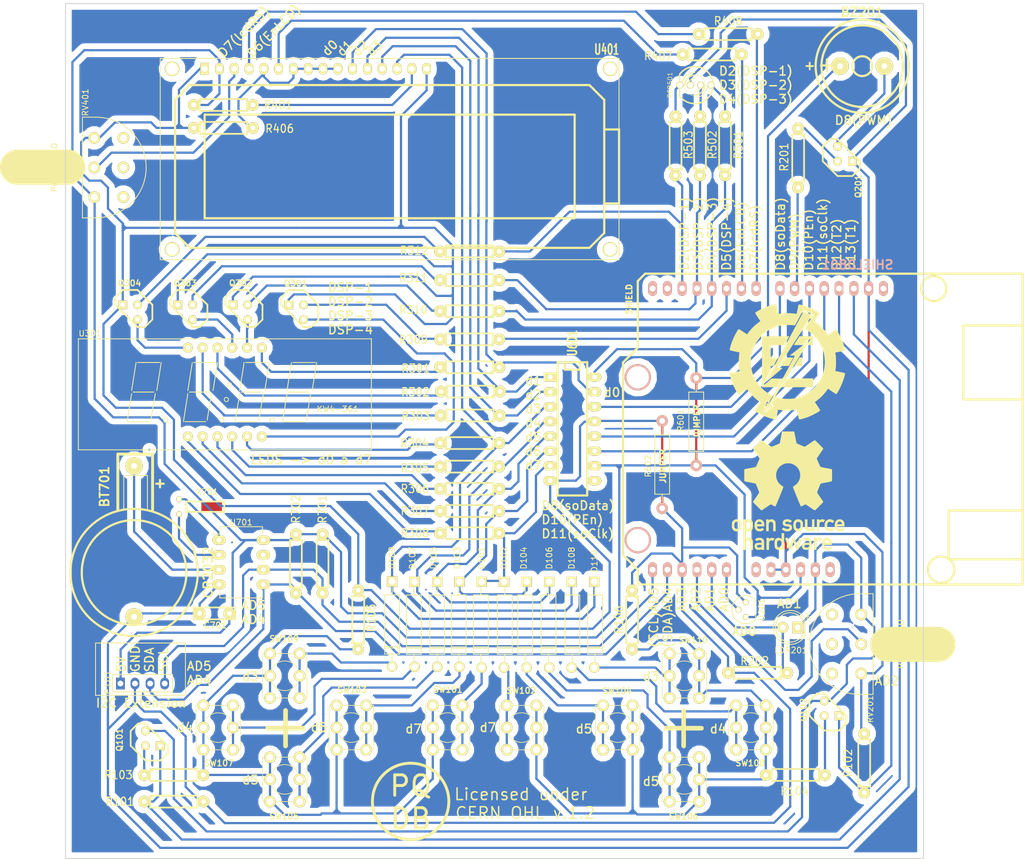
<source format=kicad_pcb>
(kicad_pcb (version 4) (host pcbnew 4.0.6)
  (layers (0 F.Cu signal) (31 B.Cu signal) (34 B.Paste user) (35 F.Paste user) (36 B.SilkS user) (37 F.SilkS user) (38 B.Mask user) (39 F.Mask user) (44 Edge.Cuts user))
  (net 0 "")
  (net 1 +5V)
  (net 2 /AN0)
  (net 3 /AN1)
  (net 4 /D0)
  (net 5 /D1)
  (net 6 /D2)
  (net 7 /D3)
  (net 8 /D4)
  (net 9 /D5)
  (net 10 /D6)
  (net 11 /D7)
  (net 12 /DSP-1)
  (net 13 /DSP-2)
  (net 14 /DSP-3)
  (net 15 /DSP-4)
  (net 16 /EnLCD)
  (net 17 /PEn)
  (net 18 /PWM)
  (net 19 /SCL)
  (net 20 /SDA)
  (net 21 /T1)
  (net 22 /T2)
  (net 23 /VEE)
  (net 24 3V3)
  (net 25 GND)
  (net 26 "Net-(BT701-Pad1)")
  (net 27 "Net-(BZ201-Pad2)")
  (net 28 "Net-(D101-Pad2)")
  (net 29 "Net-(D102-Pad2)")
  (net 30 "Net-(D103-Pad2)")
  (net 31 "Net-(D104-Pad2)")
  (net 32 "Net-(D105-Pad2)")
  (net 33 "Net-(Q101-Pad1)")
  (net 34 "Net-(Q102-Pad1)")
  (net 35 "Net-(Q201-Pad1)")
  (net 36 "Net-(Q301-Pad1)")
  (net 37 "Net-(Q301-Pad3)")
  (net 38 "Net-(Q302-Pad1)")
  (net 39 "Net-(Q302-Pad3)")
  (net 40 "Net-(Q303-Pad1)")
  (net 41 "Net-(Q303-Pad3)")
  (net 42 "Net-(Q304-Pad1)")
  (net 43 "Net-(Q304-Pad3)")
  (net 44 "Net-(R103-Pad2)")
  (net 45 "Net-(R104-Pad2)")
  (net 46 "Net-(R301-Pad2)")
  (net 47 "Net-(R302-Pad2)")
  (net 48 "Net-(R303-Pad2)")
  (net 49 "Net-(R304-Pad2)")
  (net 50 "Net-(R305-Pad2)")
  (net 51 "Net-(R306-Pad2)")
  (net 52 "Net-(R307-Pad2)")
  (net 53 "Net-(R308-Pad2)")
  (net 54 "Net-(R401-Pad2)")
  (net 55 "Net-(R406-Pad2)")
  (net 56 "Net-(R407-Pad2)")
  (net 57 /lcdRS)
  (net 58 "Net-(R408-Pad2)")
  (net 59 "Net-(R501-Pad2)")
  (net 60 "Net-(R502-Pad2)")
  (net 61 "Net-(R503-Pad2)")
  (net 62 /soClk)
  (net 63 /soData)
  (net 64 "Net-(U701-Pad1)")
  (net 65 "Net-(U701-Pad2)")
  (net 66 "Net-(D106-Pad2)")
  (net 67 "Net-(D107-Pad2)")
  (net 68 "Net-(D108-Pad2)")
  (net 69 "Net-(D109-Pad2)")
  (net 70 "Net-(D110-Pad2)")
  (net 71 /AN2)
  (net 72 /RX)
  (net 73 /TX)
  (net 74 "Net-(SHIELD801-PadV_IN)")
  (net 75 "Net-(SHIELD801-PadRST)")
  (net 76 "Net-(SHIELD801-PadAREF)")
  (net 77 "Net-(U601-Pad9)")
  (net 78 "Net-(U701-Pad7)")
  (module HW_LCD (layer F.Cu) (at 75.778 32.142)
    (fp_text reference U401 (at 74.604 -3.312) (layer F.SilkS) (effects (font (size 1.72974 1.08712) (thickness 0.27178))))
    (fp_text value DISPLAY_JHD162A hide)
    (pad "" thru_hole circle (at 75.184 30.988) (size 2.49936 2.49936) (drill 2) (layers *.Cu *.Mask F.SilkS))
    (pad "" thru_hole circle (at 0 31 90) (size 2.49936 2.49936) (drill 2) (layers *.Cu *.Mask F.SilkS))
    (pad 1 thru_hole rect (at 5.588 0) (size 1.5 2) (drill 1.00076) (layers *.Cu *.Mask B.Paste F.SilkS) (net 25 GND))
    (pad 2 thru_hole oval (at 8.128 0) (size 1.5 2) (drill 1.00076) (layers *.Cu *.Mask B.Paste F.SilkS) (net 1 +5V))
    (pad 3 thru_hole oval (at 10.668 0) (size 1.5 2) (drill 1.00076) (layers *.Cu *.Mask B.Paste F.SilkS) (net 23 /VEE))
    (pad 4 thru_hole oval (at 13.208 0) (size 1.5 2) (drill 1.00076) (layers *.Cu *.Mask B.Paste F.SilkS) (net 58 "Net-(R408-Pad2)"))
    (pad 5 thru_hole oval (at 15.748 0) (size 1.5 2) (drill 1.00076) (layers *.Cu *.Mask B.Paste F.SilkS) (net 55 "Net-(R406-Pad2)"))
    (pad 6 thru_hole oval (at 18.288 0) (size 1.5 2) (drill 1.00076) (layers *.Cu *.Mask B.Paste F.SilkS) (net 56 "Net-(R407-Pad2)"))
    (pad 7 thru_hole oval (at 20.828 0) (size 1.5 2) (drill 1.00076) (layers *.Cu *.Mask B.Paste F.SilkS) (net 55 "Net-(R406-Pad2)"))
    (pad 8 thru_hole oval (at 23.368 0) (size 1.5 2) (drill 1.00076) (layers *.Cu *.Mask B.Paste F.SilkS) (net 55 "Net-(R406-Pad2)"))
    (pad 9 thru_hole oval (at 25.908 0) (size 1.5 2) (drill 1.00076) (layers *.Cu *.Mask B.Paste F.SilkS) (net 55 "Net-(R406-Pad2)"))
    (pad 10 thru_hole oval (at 28.448 0) (size 1.5 2) (drill 1.00076) (layers *.Cu *.Mask B.Paste F.SilkS) (net 55 "Net-(R406-Pad2)"))
    (pad 11 thru_hole oval (at 30.988 0) (size 1.5 2) (drill 1.00076) (layers *.Cu *.Mask B.Paste F.SilkS) (net 4 /D0))
    (pad 12 thru_hole oval (at 33.528 0) (size 1.5 2) (drill 1.00076) (layers *.Cu *.Mask B.Paste F.SilkS) (net 5 /D1))
    (pad 13 thru_hole oval (at 36.068 0) (size 1.5 2) (drill 1.00076) (layers *.Cu *.Mask B.Paste F.SilkS) (net 6 /D2))
    (pad 14 thru_hole oval (at 38.608 0) (size 1.5 2) (drill 1.00076) (layers *.Cu *.Mask B.Paste F.SilkS) (net 7 /D3))
    (pad 15 thru_hole oval (at 41.148 0) (size 1.5 2) (drill 1.00076) (layers *.Cu *.Mask B.Paste F.SilkS) (net 54 "Net-(R401-Pad2)"))
    (pad 16 thru_hole oval (at 43.688 0) (size 1.5 2) (drill 1.00076) (layers *.Cu *.Mask B.Paste F.SilkS) (net 25 GND))
    (pad "" thru_hole circle (at 0 0 90) (size 2.49936 2.49936) (drill 2) (layers *.Cu *.Mask F.SilkS))
    (pad "" thru_hole circle (at 75.184 0) (size 2.49936 2.49936) (drill 2) (layers *.Cu *.Mask F.SilkS))
  )
  (module HW_DIP-16__300_ELL (layer F.Cu) (at 144.478 93.942 270)
    (fp_text reference U601 (at -14.732 0 270) (layer F.SilkS) (effects (font (size 1.524 1.143) (thickness 0.3048))))
    (fp_text value 74HC595 hide)
    (pad 1 thru_hole rect (at -8.89 3.81 270) (size 1.5748 2.286) (drill 0.8128) (layers *.Cu *.Mask F.SilkS) (net 5 /D1))
    (pad 2 thru_hole oval (at -6.35 3.81 270) (size 1.5748 2.286) (drill 0.8128) (layers *.Cu *.Mask F.SilkS) (net 6 /D2))
    (pad 3 thru_hole oval (at -3.81 3.81 270) (size 1.5748 2.286) (drill 0.8128) (layers *.Cu *.Mask F.SilkS) (net 7 /D3))
    (pad 4 thru_hole oval (at -1.27 3.81 270) (size 1.5748 2.286) (drill 0.8128) (layers *.Cu *.Mask F.SilkS) (net 8 /D4))
    (pad 5 thru_hole oval (at 1.27 3.81 270) (size 1.5748 2.286) (drill 0.8128) (layers *.Cu *.Mask F.SilkS) (net 9 /D5))
    (pad 6 thru_hole oval (at 3.81 3.81 270) (size 1.5748 2.286) (drill 0.8128) (layers *.Cu *.Mask F.SilkS) (net 10 /D6))
    (pad 7 thru_hole oval (at 6.35 3.81 270) (size 1.5748 2.286) (drill 0.8128) (layers *.Cu *.Mask F.SilkS) (net 11 /D7))
    (pad 8 thru_hole oval (at 8.89 3.81 270) (size 1.5748 2.286) (drill 0.8128) (layers *.Cu *.Mask F.SilkS) (net 25 GND))
    (pad 9 thru_hole oval (at 8.89 -3.81 270) (size 1.5748 2.286) (drill 0.8128) (layers *.Cu *.Mask F.SilkS) (net 77 "Net-(U601-Pad9)"))
    (pad 10 thru_hole oval (at 6.35 -3.81 270) (size 1.5748 2.286) (drill 0.8128) (layers *.Cu *.Mask F.SilkS) (net 1 +5V))
    (pad 11 thru_hole oval (at 3.81 -3.81 270) (size 1.5748 2.286) (drill 0.8128) (layers *.Cu *.Mask F.SilkS) (net 62 /soClk))
    (pad 12 thru_hole oval (at 1.27 -3.81 270) (size 1.5748 2.286) (drill 0.8128) (layers *.Cu *.Mask F.SilkS) (net 17 /PEn))
    (pad 13 thru_hole oval (at -1.27 -3.81 270) (size 1.5748 2.286) (drill 0.8128) (layers *.Cu *.Mask F.SilkS) (net 25 GND))
    (pad 14 thru_hole oval (at -3.81 -3.81 270) (size 1.5748 2.286) (drill 0.8128) (layers *.Cu *.Mask F.SilkS) (net 63 /soData))
    (pad 15 thru_hole oval (at -6.35 -3.81 270) (size 1.5748 2.286) (drill 0.8128) (layers *.Cu *.Mask F.SilkS) (net 4 /D0))
    (pad 16 thru_hole oval (at -8.89 -3.81 270) (size 1.5748 2.286) (drill 0.8128) (layers *.Cu *.Mask F.SilkS) (net 1 +5V))
  )
  (module bibliotecas:HW_Resistor (layer F.Cu) (at 154.728 126.722 270)
    (fp_text reference R106 (at -0.03 2.25 270) (layer F.SilkS) (effects (font (size 1.397 1.27) (thickness 0.2032))))
    (fp_text value 1k hide)
    (pad 1 thru_hole circle (at -5.08 0 270) (size 2 2) (drill 0.8128) (layers *.Cu *.Mask F.SilkS) (net 25 GND))
    (pad 2 thru_hole circle (at 5.08 0 270) (size 2 2) (drill 0.8128) (layers *.Cu *.Mask F.SilkS) (net 45 "Net-(R104-Pad2)"))
  )
  (module arduino_shields:ARDUINO_SHIELD_2 (layer B.Cu) (at 221.742 120.65 180)
    (fp_text reference SHIELD801 (at 28.321 54.864 180) (layer B.SilkS) (effects (font (thickness 0.3048)) (justify mirror)))
    (fp_text value ARDUINO_SHIELD hide)
    (pad "" thru_hole circle (at 66.04 7.62 180) (size 4.5 4.5) (drill 3.8) (layers *.Cu *.Mask B.SilkS))
    (pad AD5 thru_hole oval (at 63.5 2.54 90) (size 2.54 1.524) (drill 1) (layers *.Cu *.Mask B.SilkS) (net 19 /SCL))
    (pad AD4 thru_hole oval (at 60.96 2.54 90) (size 2.54 1.524) (drill 1) (layers *.Cu *.Mask B.SilkS) (net 20 /SDA))
    (pad AD3 thru_hole oval (at 58.42 2.54 90) (size 2.54 1.524) (drill 1) (layers *.Cu *.Mask B.SilkS) (net 25 GND))
    (pad AD0 thru_hole oval (at 50.8 2.54 90) (size 2.54 1.524) (drill 1) (layers *.Cu *.Mask B.SilkS) (net 2 /AN0))
    (pad AD1 thru_hole oval (at 53.34 2.54 90) (size 2.54 1.524) (drill 1) (layers *.Cu *.Mask B.SilkS) (net 3 /AN1))
    (pad AD2 thru_hole oval (at 55.88 2.54 90) (size 2.54 1.524) (drill 1) (layers *.Cu *.Mask B.SilkS) (net 71 /AN2))
    (pad V_IN thru_hole oval (at 45.72 2.54 90) (size 2.54 1.524) (drill 1) (layers *.Cu *.Mask B.SilkS) (net 74 "Net-(SHIELD801-PadV_IN)"))
    (pad GND2 thru_hole oval (at 43.18 2.54 90) (size 2.54 1.524) (drill 1) (layers *.Cu *.Mask B.SilkS) (net 25 GND))
    (pad GND1 thru_hole oval (at 40.64 2.54 90) (size 2.54 1.524) (drill 1) (layers *.Cu *.Mask B.SilkS) (net 25 GND))
    (pad 3V3 thru_hole oval (at 35.56 2.54 90) (size 2.54 1.524) (drill 1) (layers *.Cu *.Mask B.SilkS) (net 24 3V3))
    (pad RST thru_hole oval (at 33.02 2.54 90) (size 2.54 1.524) (drill 1) (layers *.Cu *.Mask B.SilkS) (net 75 "Net-(SHIELD801-PadRST)"))
    (pad 0 thru_hole oval (at 63.5 50.8 90) (size 2.54 1.524) (drill 1) (layers *.Cu *.Mask B.SilkS) (net 72 /RX))
    (pad 1 thru_hole oval (at 60.96 50.8 90) (size 2.54 1.524) (drill 1) (layers *.Cu *.Mask B.SilkS) (net 73 /TX))
    (pad 2 thru_hole oval (at 58.42 50.8 90) (size 2.54 1.524) (drill 1) (layers *.Cu *.Mask B.SilkS) (net 12 /DSP-1))
    (pad 3 thru_hole oval (at 55.88 50.8 90) (size 2.54 1.524) (drill 1) (layers *.Cu *.Mask B.SilkS) (net 13 /DSP-2))
    (pad 4 thru_hole oval (at 53.34 50.8 90) (size 2.54 1.524) (drill 1) (layers *.Cu *.Mask B.SilkS) (net 14 /DSP-3))
    (pad 5 thru_hole oval (at 50.8 50.8 90) (size 2.54 1.524) (drill 1) (layers *.Cu *.Mask B.SilkS) (net 15 /DSP-4))
    (pad 6 thru_hole oval (at 48.26 50.8 90) (size 2.54 1.524) (drill 1) (layers *.Cu *.Mask B.SilkS) (net 16 /EnLCD))
    (pad 7 thru_hole oval (at 45.72 50.8 90) (size 2.54 1.524) (drill 1) (layers *.Cu *.Mask B.SilkS) (net 57 /lcdRS))
    (pad 8 thru_hole oval (at 41.656 50.8 90) (size 2.54 1.524) (drill 1) (layers *.Cu *.Mask B.SilkS) (net 63 /soData))
    (pad 9 thru_hole oval (at 39.116 50.8 90) (size 2.54 1.524) (drill 1) (layers *.Cu *.Mask B.SilkS) (net 18 /PWM))
    (pad 10 thru_hole oval (at 36.576 50.8 90) (size 2.54 1.524) (drill 1) (layers *.Cu *.Mask B.SilkS) (net 17 /PEn))
    (pad 11 thru_hole oval (at 34.036 50.8 90) (size 2.54 1.524) (drill 1) (layers *.Cu *.Mask B.SilkS) (net 62 /soClk))
    (pad 12 thru_hole oval (at 31.496 50.8 90) (size 2.54 1.524) (drill 1) (layers *.Cu *.Mask B.SilkS) (net 22 /T2))
    (pad 13 thru_hole oval (at 28.956 50.8 90) (size 2.54 1.524) (drill 1) (layers *.Cu *.Mask B.SilkS) (net 21 /T1))
    (pad GND3 thru_hole oval (at 26.416 50.8 90) (size 2.54 1.524) (drill 1) (layers *.Cu *.Mask B.SilkS) (net 25 GND))
    (pad AREF thru_hole oval (at 23.876 50.8 90) (size 2.54 1.524) (drill 1) (layers *.Cu *.Mask B.SilkS) (net 76 "Net-(SHIELD801-PadAREF)"))
    (pad 5V thru_hole oval (at 38.1 2.54 90) (size 2.54 1.524) (drill 1) (layers *.Cu *.Mask B.SilkS) (net 1 +5V))
    (pad "" thru_hole circle (at 66.04 35.56 180) (size 4.5 4.5) (drill 3.8) (layers *.Cu *.Mask B.SilkS))
  )
  (module HW_Buzzer (layer F.Cu) (at 194.228 31.692)
    (fp_text reference BZ201 (at 0 -9.25) (layer F.SilkS) (effects (font (thickness 0.3048))))
    (fp_text value BUZZER hide)
    (fp_text user + (at -9.017 -0.127) (layer F.SilkS) (effects (font (thickness 0.3048))))
    (pad 1 thru_hole circle (at -3.79984 0) (size 3 3) (drill 1.00076) (layers *.Cu *.Mask F.SilkS) (net 1 +5V))
    (pad 2 thru_hole circle (at 3.79984 0) (size 3 3) (drill 1.00076) (layers *.Cu *.Mask F.SilkS) (net 27 "Net-(BZ201-Pad2)"))
  )
  (module Housings_TO-92:TO-92_Molded_Narrow_Reverse (layer F.Cu) (at 174.244 126.238 90)
    (fp_text reference U201 (at 1.296 2.734 90) (layer F.SilkS))
    (fp_text value LM35)
    (pad 2 thru_hole circle (at 1.27 -1.27 180) (size 1.00076 1.00076) (drill 0.6) (layers *.Cu *.Mask F.SilkS) (net 2 /AN0))
    (pad 3 thru_hole circle (at 2.54 0 180) (size 1.00076 1.00076) (drill 0.6) (layers *.Cu *.Mask F.SilkS) (net 25 GND))
    (pad 1 thru_hole circle (at 0 0 180) (size 1.00076 1.00076) (drill 0.6) (layers *.Cu *.Mask F.SilkS) (net 1 +5V))
  )
  (module Resistors_ThroughHole:Resistor_Horizontal_RM15mm (layer F.Cu) (at 159.893 100.076 90)
    (fp_text reference R602 (at -0.254 -2.413 90) (layer F.SilkS))
    (fp_text value 0k)
    (pad 1 thru_hole circle (at -7.5 0 90) (size 1.99898 1.99898) (drill 1.00076) (layers *.Cu *.SilkS *.Mask) (net 25 GND))
    (pad 2 thru_hole circle (at 7.5 0 90) (size 1.99898 1.99898) (drill 1.00076) (layers *.Cu *.SilkS *.Mask) (net 25 GND))
  )
  (module HW_CR2032H (layer F.Cu) (at 69.258 118.592 90)
    (fp_text reference BT701 (at 14.732 -5.08 90) (layer F.SilkS) (effects (font (thickness 0.3048))))
    (fp_text value CR2032 (at 0 12.7 90) (layer F.SilkS) (effects (font (thickness 0.3048))))
    (pad 2 thru_hole circle (at -7.62 0 90) (size 3 3) (drill 1.016) (layers *.Cu *.Mask F.SilkS) (net 25 GND))
    (pad 1 thru_hole circle (at 18.288 0 90) (size 3 3) (drill 1.016) (layers *.Cu *.Mask F.SilkS) (net 26 "Net-(BT701-Pad1)"))
  )
  (module HW_Resistor (layer F.Cu) (at 126.854 108.04 180)
    (fp_text reference R307 (at 9.398 0 180) (layer F.SilkS) (effects (font (size 1.397 1.27) (thickness 0.2032))))
    (fp_text value 1k hide)
    (pad 1 thru_hole circle (at -5.08 0 180) (size 2 2) (drill 0.8128) (layers *.Cu *.Mask F.SilkS) (net 10 /D6))
    (pad 2 thru_hole circle (at 5.08 0 180) (size 2 2) (drill 0.8128) (layers *.Cu *.Mask F.SilkS) (net 52 "Net-(R307-Pad2)"))
  )
  (module HW_TO92-213 (layer F.Cu) (at 68.58 73.914 270)
    (fp_text reference Q304 (at -4.972 0.102 360) (layer F.SilkS) (effects (font (size 1.016 1.016) (thickness 0.2032))))
    (fp_text value BC847 hide)
    (pad 2 thru_hole rect (at -1.27 1.27 270) (size 1.5 1.5) (drill 0.8128) (layers *.Cu *.Mask F.SilkS) (net 25 GND))
    (pad 1 thru_hole circle (at -1.27 -1.27 270) (size 1.5 1.5) (drill 0.8128) (layers *.Cu *.Mask F.SilkS) (net 42 "Net-(Q304-Pad1)"))
    (pad 3 thru_hole circle (at 1.27 -1.27 270) (size 1.5 1.5) (drill 0.8128) (layers *.Cu *.Mask F.SilkS) (net 43 "Net-(Q304-Pad3)"))
  )
  (module HW_TO92-213 (layer F.Cu) (at 97.068 73.932 270)
    (fp_text reference Q301 (at -4.972 0.082 360) (layer F.SilkS) (effects (font (size 1.016 1.016) (thickness 0.2032))))
    (fp_text value BC847 hide)
    (pad 2 thru_hole rect (at -1.27 1.27 270) (size 1.5 1.5) (drill 0.8128) (layers *.Cu *.Mask F.SilkS) (net 25 GND))
    (pad 1 thru_hole circle (at -1.27 -1.27 270) (size 1.5 1.5) (drill 0.8128) (layers *.Cu *.Mask F.SilkS) (net 36 "Net-(Q301-Pad1)"))
    (pad 3 thru_hole circle (at 1.27 -1.27 270) (size 1.5 1.5) (drill 0.8128) (layers *.Cu *.Mask F.SilkS) (net 37 "Net-(Q301-Pad3)"))
  )
  (module HW_TO92-213 (layer F.Cu) (at 78.028 73.912 270)
    (fp_text reference Q303 (at -4.972 0.008 360) (layer F.SilkS) (effects (font (size 1.016 1.016) (thickness 0.2032))))
    (fp_text value BC847 hide)
    (pad 2 thru_hole rect (at -1.27 1.27 270) (size 1.5 1.5) (drill 0.8128) (layers *.Cu *.Mask F.SilkS) (net 25 GND))
    (pad 1 thru_hole circle (at -1.27 -1.27 270) (size 1.5 1.5) (drill 0.8128) (layers *.Cu *.Mask F.SilkS) (net 40 "Net-(Q303-Pad1)"))
    (pad 3 thru_hole circle (at 1.27 -1.27 270) (size 1.5 1.5) (drill 0.8128) (layers *.Cu *.Mask F.SilkS) (net 41 "Net-(Q303-Pad3)"))
  )
  (module HW_TO92-213 (layer F.Cu) (at 188.976 141.908 90)
    (fp_text reference Q102 (at -0.254 -4.826 90) (layer F.SilkS) (effects (font (size 1.016 1.016) (thickness 0.2032))))
    (fp_text value BC847 hide)
    (pad 2 thru_hole rect (at -1.27 1.27 90) (size 1.5 1.5) (drill 0.8128) (layers *.Cu *.Mask F.SilkS) (net 22 /T2))
    (pad 1 thru_hole circle (at -1.27 -1.27 90) (size 1.5 1.5) (drill 0.8128) (layers *.Cu *.Mask F.SilkS) (net 34 "Net-(Q102-Pad1)"))
    (pad 3 thru_hole circle (at 1.27 -1.27 90) (size 1.5 1.5) (drill 0.8128) (layers *.Cu *.Mask F.SilkS) (net 24 3V3))
  )
  (module HW_TO92-213 (layer F.Cu) (at 72.478 147.052 90)
    (fp_text reference Q101 (at -0.254 -5.715 90) (layer F.SilkS) (effects (font (size 1.016 1.016) (thickness 0.2032))))
    (fp_text value BC847 hide)
    (pad 2 thru_hole rect (at -1.27 1.27 90) (size 1.5 1.5) (drill 0.8128) (layers *.Cu *.Mask F.SilkS) (net 21 /T1))
    (pad 1 thru_hole circle (at -1.27 -1.27 90) (size 1.5 1.5) (drill 0.8128) (layers *.Cu *.Mask F.SilkS) (net 33 "Net-(Q101-Pad1)"))
    (pad 3 thru_hole circle (at 1.27 -1.27 90) (size 1.5 1.5) (drill 0.8128) (layers *.Cu *.Mask F.SilkS) (net 24 3V3))
  )
  (module HW_TO92-213 (layer F.Cu) (at 191.262 46.736 90)
    (fp_text reference Q201 (at -5.588 2.286 90) (layer F.SilkS) (effects (font (size 1.016 1.016) (thickness 0.2032))))
    (fp_text value BC847 hide)
    (pad 2 thru_hole rect (at -1.27 1.27 90) (size 1.5 1.5) (drill 0.8128) (layers *.Cu *.Mask F.SilkS) (net 25 GND))
    (pad 1 thru_hole circle (at -1.27 -1.27 90) (size 1.5 1.5) (drill 0.8128) (layers *.Cu *.Mask F.SilkS) (net 35 "Net-(Q201-Pad1)"))
    (pad 3 thru_hole circle (at 1.27 -1.27 90) (size 1.5 1.5) (drill 0.8128) (layers *.Cu *.Mask F.SilkS) (net 27 "Net-(BZ201-Pad2)"))
  )
  (module HW_TO92-213 (layer F.Cu) (at 87.478 73.912 270)
    (fp_text reference Q302 (at -4.972 -0.078 360) (layer F.SilkS) (effects (font (size 1.016 1.016) (thickness 0.2032))))
    (fp_text value BC847 hide)
    (pad 2 thru_hole rect (at -1.27 1.27 270) (size 1.5 1.5) (drill 0.8128) (layers *.Cu *.Mask F.SilkS) (net 25 GND))
    (pad 1 thru_hole circle (at -1.27 -1.27 270) (size 1.5 1.5) (drill 0.8128) (layers *.Cu *.Mask F.SilkS) (net 38 "Net-(Q302-Pad1)"))
    (pad 3 thru_hole circle (at 1.27 -1.27 270) (size 1.5 1.5) (drill 0.8128) (layers *.Cu *.Mask F.SilkS) (net 39 "Net-(Q302-Pad3)"))
  )
  (module HW_Resistor (layer F.Cu) (at 176.276 135.812 180)
    (fp_text reference R202 (at 0.508 2.032 180) (layer F.SilkS) (effects (font (size 1.397 1.27) (thickness 0.2032))))
    (fp_text value 10k hide)
    (pad 1 thru_hole circle (at -5.08 0 180) (size 2 2) (drill 0.8128) (layers *.Cu *.Mask F.SilkS) (net 3 /AN1))
    (pad 2 thru_hole circle (at 5.08 0 180) (size 2 2) (drill 0.8128) (layers *.Cu *.Mask F.SilkS) (net 25 GND))
  )
  (module HW_Resistor (layer F.Cu) (at 84.582 38.354)
    (fp_text reference R401 (at 9.398 0) (layer F.SilkS) (effects (font (size 1.397 1.27) (thickness 0.2032))))
    (fp_text value 1k hide)
    (pad 1 thru_hole circle (at -5.08 0) (size 2 2) (drill 0.8128) (layers *.Cu *.Mask F.SilkS) (net 1 +5V))
    (pad 2 thru_hole circle (at 5.08 0) (size 2 2) (drill 0.8128) (layers *.Cu *.Mask F.SilkS) (net 54 "Net-(R401-Pad2)"))
  )
  (module HW_Resistor (layer F.Cu) (at 182.753 153.338 180)
    (fp_text reference R104 (at 0.127 -2.794 180) (layer F.SilkS) (effects (font (size 1.397 1.27) (thickness 0.2032))))
    (fp_text value 1k hide)
    (pad 1 thru_hole circle (at -5.08 0 180) (size 2 2) (drill 0.8128) (layers *.Cu *.Mask F.SilkS) (net 34 "Net-(Q102-Pad1)"))
    (pad 2 thru_hole circle (at 5.08 0 180) (size 2 2) (drill 0.8128) (layers *.Cu *.Mask F.SilkS) (net 45 "Net-(R104-Pad2)"))
  )
  (module HW_Resistor (layer F.Cu) (at 170.68 45.336 90)
    (fp_text reference R501 (at 0.144 2.298 90) (layer F.SilkS) (effects (font (size 1.397 1.27) (thickness 0.2032))))
    (fp_text value 1k hide)
    (pad 1 thru_hole circle (at -5.08 0 90) (size 2 2) (drill 0.8128) (layers *.Cu *.Mask F.SilkS) (net 14 /DSP-3))
    (pad 2 thru_hole circle (at 5.08 0 90) (size 2 2) (drill 0.8128) (layers *.Cu *.Mask F.SilkS) (net 59 "Net-(R501-Pad2)"))
  )
  (module HW_Resistor (layer F.Cu) (at 166.378 45.342 90)
    (fp_text reference R502 (at 0.144 2.12 90) (layer F.SilkS) (effects (font (size 1.397 1.27) (thickness 0.2032))))
    (fp_text value 1k hide)
    (pad 1 thru_hole circle (at -5.08 0 90) (size 2 2) (drill 0.8128) (layers *.Cu *.Mask F.SilkS) (net 13 /DSP-2))
    (pad 2 thru_hole circle (at 5.08 0 90) (size 2 2) (drill 0.8128) (layers *.Cu *.Mask F.SilkS) (net 60 "Net-(R502-Pad2)"))
  )
  (module HW_Resistor (layer F.Cu) (at 162.188 45.342 90)
    (fp_text reference R503 (at 0.144 2.192 90) (layer F.SilkS) (effects (font (size 1.397 1.27) (thickness 0.2032))))
    (fp_text value 1k hide)
    (pad 1 thru_hole circle (at -5.08 0 90) (size 2 2) (drill 0.8128) (layers *.Cu *.Mask F.SilkS) (net 12 /DSP-1))
    (pad 2 thru_hole circle (at 5.08 0 90) (size 2 2) (drill 0.8128) (layers *.Cu *.Mask F.SilkS) (net 61 "Net-(R503-Pad2)"))
  )
  (module HW_Resistor (layer F.Cu) (at 194.564 151.306 90)
    (fp_text reference R102 (at 0 -2.794 90) (layer F.SilkS) (effects (font (size 1.397 1.27) (thickness 0.2032))))
    (fp_text value 10k hide)
    (pad 1 thru_hole circle (at -5.08 0 90) (size 2 2) (drill 0.8128) (layers *.Cu *.Mask F.SilkS) (net 22 /T2))
    (pad 2 thru_hole circle (at 5.08 0 90) (size 2 2) (drill 0.8128) (layers *.Cu *.Mask F.SilkS) (net 25 GND))
  )
  (module HW_Resistor (layer F.Cu) (at 101.6 117.094 90)
    (fp_text reference R701 (at 9.398 0 90) (layer F.SilkS) (effects (font (size 1.397 1.27) (thickness 0.2032))))
    (fp_text value 10k hide)
    (pad 1 thru_hole circle (at -5.08 0 90) (size 2 2) (drill 0.8128) (layers *.Cu *.Mask F.SilkS) (net 19 /SCL))
    (pad 2 thru_hole circle (at 5.08 0 90) (size 2 2) (drill 0.8128) (layers *.Cu *.Mask F.SilkS) (net 1 +5V))
  )
  (module HW_Resistor (layer F.Cu) (at 97.028 117.094 90)
    (fp_text reference R702 (at 9.398 0 90) (layer F.SilkS) (effects (font (size 1.397 1.27) (thickness 0.2032))))
    (fp_text value 10k hide)
    (pad 1 thru_hole circle (at -5.08 0 90) (size 2 2) (drill 0.8128) (layers *.Cu *.Mask F.SilkS) (net 20 /SDA))
    (pad 2 thru_hole circle (at 5.08 0 90) (size 2 2) (drill 0.8128) (layers *.Cu *.Mask F.SilkS) (net 1 +5V))
  )
  (module HW_Resistor (layer F.Cu) (at 76.073 157.91)
    (fp_text reference R101 (at -9.271 0) (layer F.SilkS) (effects (font (size 1.397 1.27) (thickness 0.2032))))
    (fp_text value 10k hide)
    (pad 1 thru_hole circle (at -5.08 0) (size 2 2) (drill 0.8128) (layers *.Cu *.Mask F.SilkS) (net 21 /T1))
    (pad 2 thru_hole circle (at 5.08 0) (size 2 2) (drill 0.8128) (layers *.Cu *.Mask F.SilkS) (net 25 GND))
  )
  (module HW_Resistor (layer F.Cu) (at 76.073 153.338)
    (fp_text reference R103 (at -9.525 0) (layer F.SilkS) (effects (font (size 1.397 1.27) (thickness 0.2032))))
    (fp_text value 1k hide)
    (pad 1 thru_hole circle (at -5.08 0) (size 2 2) (drill 0.8128) (layers *.Cu *.Mask F.SilkS) (net 33 "Net-(Q101-Pad1)"))
    (pad 2 thru_hole circle (at 5.08 0) (size 2 2) (drill 0.8128) (layers *.Cu *.Mask F.SilkS) (net 44 "Net-(R103-Pad2)"))
  )
  (module HW_Resistor (layer F.Cu) (at 126.848 63.482 180)
    (fp_text reference R312 (at 9.525 0.127 180) (layer F.SilkS) (effects (font (size 1.397 1.27) (thickness 0.2032))))
    (fp_text value 10k hide)
    (pad 1 thru_hole circle (at -5.08 0 180) (size 2 2) (drill 0.8128) (layers *.Cu *.Mask F.SilkS) (net 12 /DSP-1))
    (pad 2 thru_hole circle (at 5.08 0 180) (size 2 2) (drill 0.8128) (layers *.Cu *.Mask F.SilkS) (net 42 "Net-(Q304-Pad1)"))
  )
  (module HW_Resistor (layer F.Cu) (at 126.938 91.642 180)
    (fp_text reference R303 (at 9.336 -0.1155 180) (layer F.SilkS) (effects (font (size 1.397 1.27) (thickness 0.2032))))
    (fp_text value 1k hide)
    (pad 1 thru_hole circle (at -5.08 0 180) (size 2 2) (drill 0.8128) (layers *.Cu *.Mask F.SilkS) (net 6 /D2))
    (pad 2 thru_hole circle (at 5.08 0 180) (size 2 2) (drill 0.8128) (layers *.Cu *.Mask F.SilkS) (net 48 "Net-(R303-Pad2)"))
  )
  (module HW_Resistor (layer F.Cu) (at 168.478 29.692 180)
    (fp_text reference R407 (at 9.25 -0.25 180) (layer F.SilkS) (effects (font (size 1.397 1.27) (thickness 0.2032))))
    (fp_text value 1k hide)
    (pad 1 thru_hole circle (at -5.08 0 180) (size 2 2) (drill 0.8128) (layers *.Cu *.Mask F.SilkS) (net 16 /EnLCD))
    (pad 2 thru_hole circle (at 5.08 0 180) (size 2 2) (drill 0.8128) (layers *.Cu *.Mask F.SilkS) (net 56 "Net-(R407-Pad2)"))
  )
  (module HW_Resistor (layer F.Cu) (at 171.228 26.192 180)
    (fp_text reference R408 (at 0 2.25 180) (layer F.SilkS) (effects (font (size 1.397 1.27) (thickness 0.2032))))
    (fp_text value 1k hide)
    (pad 1 thru_hole circle (at -5.08 0 180) (size 2 2) (drill 0.8128) (layers *.Cu *.Mask F.SilkS) (net 57 /lcdRS))
    (pad 2 thru_hole circle (at 5.08 0 180) (size 2 2) (drill 0.8128) (layers *.Cu *.Mask F.SilkS) (net 58 "Net-(R408-Pad2)"))
  )
  (module HW_Resistor (layer F.Cu) (at 84.582 42.291)
    (fp_text reference R406 (at 9.652 0.127) (layer F.SilkS) (effects (font (size 1.397 1.27) (thickness 0.2032))))
    (fp_text value 1k hide)
    (pad 1 thru_hole circle (at -5.08 0) (size 2 2) (drill 0.8128) (layers *.Cu *.Mask F.SilkS) (net 25 GND))
    (pad 2 thru_hole circle (at 5.08 0) (size 2 2) (drill 0.8128) (layers *.Cu *.Mask F.SilkS) (net 55 "Net-(R406-Pad2)"))
  )
  (module HW_Resistor (layer F.Cu) (at 183.228 47.442 270)
    (fp_text reference R201 (at -0.136 2.406 270) (layer F.SilkS) (effects (font (size 1.397 1.27) (thickness 0.2032))))
    (fp_text value 10k hide)
    (pad 1 thru_hole circle (at -5.08 0 270) (size 2 2) (drill 0.8128) (layers *.Cu *.Mask F.SilkS) (net 35 "Net-(Q201-Pad1)"))
    (pad 2 thru_hole circle (at 5.08 0 270) (size 2 2) (drill 0.8128) (layers *.Cu *.Mask F.SilkS) (net 18 /PWM))
  )
  (module HW_Resistor (layer F.Cu) (at 126.858 96.382 180)
    (fp_text reference R304 (at 9.4465 -0.011 180) (layer F.SilkS) (effects (font (size 1.397 1.27) (thickness 0.2032))))
    (fp_text value 1k hide)
    (pad 1 thru_hole circle (at -5.08 0 180) (size 2 2) (drill 0.8128) (layers *.Cu *.Mask F.SilkS) (net 7 /D3))
    (pad 2 thru_hole circle (at 5.08 0 180) (size 2 2) (drill 0.8128) (layers *.Cu *.Mask F.SilkS) (net 49 "Net-(R304-Pad2)"))
  )
  (module HW_Resistor (layer F.Cu) (at 126.998 87.542 180)
    (fp_text reference R302 (at 9.4595 -0.088 180) (layer F.SilkS) (effects (font (size 1.397 1.27) (thickness 0.2032))))
    (fp_text value 1k hide)
    (pad 1 thru_hole circle (at -5.08 0 180) (size 2 2) (drill 0.8128) (layers *.Cu *.Mask F.SilkS) (net 5 /D1))
    (pad 2 thru_hole circle (at 5.08 0 180) (size 2 2) (drill 0.8128) (layers *.Cu *.Mask F.SilkS) (net 47 "Net-(R302-Pad2)"))
  )
  (module HW_Resistor (layer F.Cu) (at 126.858 83.372 180)
    (fp_text reference R301 (at 9.256 -0.194 180) (layer F.SilkS) (effects (font (size 1.397 1.27) (thickness 0.2032))))
    (fp_text value 1k hide)
    (pad 1 thru_hole circle (at -5.08 0 180) (size 2 2) (drill 0.8128) (layers *.Cu *.Mask F.SilkS) (net 4 /D0))
    (pad 2 thru_hole circle (at 5.08 0 180) (size 2 2) (drill 0.8128) (layers *.Cu *.Mask F.SilkS) (net 46 "Net-(R301-Pad2)"))
  )
  (module HW_Resistor (layer F.Cu) (at 126.854 68.416 180)
    (fp_text reference R311 (at 9.652 0.381 180) (layer F.SilkS) (effects (font (size 1.397 1.27) (thickness 0.2032))))
    (fp_text value 10k hide)
    (pad 1 thru_hole circle (at -5.08 0 180) (size 2 2) (drill 0.8128) (layers *.Cu *.Mask F.SilkS) (net 13 /DSP-2))
    (pad 2 thru_hole circle (at 5.08 0 180) (size 2 2) (drill 0.8128) (layers *.Cu *.Mask F.SilkS) (net 40 "Net-(Q303-Pad1)"))
  )
  (module HW_Resistor (layer F.Cu) (at 126.854 100.42 180)
    (fp_text reference R305 (at 9.398 -0.254 180) (layer F.SilkS) (effects (font (size 1.397 1.27) (thickness 0.2032))))
    (fp_text value 1k hide)
    (pad 1 thru_hole circle (at -5.08 0 180) (size 2 2) (drill 0.8128) (layers *.Cu *.Mask F.SilkS) (net 8 /D4))
    (pad 2 thru_hole circle (at 5.08 0 180) (size 2 2) (drill 0.8128) (layers *.Cu *.Mask F.SilkS) (net 50 "Net-(R305-Pad2)"))
  )
  (module HW_Resistor (layer F.Cu) (at 126.854 104.23 180)
    (fp_text reference R306 (at 9.398 0 180) (layer F.SilkS) (effects (font (size 1.397 1.27) (thickness 0.2032))))
    (fp_text value 1k hide)
    (pad 1 thru_hole circle (at -5.08 0 180) (size 2 2) (drill 0.8128) (layers *.Cu *.Mask F.SilkS) (net 9 /D5))
    (pad 2 thru_hole circle (at 5.08 0 180) (size 2 2) (drill 0.8128) (layers *.Cu *.Mask F.SilkS) (net 51 "Net-(R306-Pad2)"))
  )
  (module HW_Resistor (layer F.Cu) (at 126.854 111.85 180)
    (fp_text reference R308 (at 9.398 0 180) (layer F.SilkS) (effects (font (size 1.397 1.27) (thickness 0.2032))))
    (fp_text value 1k hide)
    (pad 1 thru_hole circle (at -5.08 0 180) (size 2 2) (drill 0.8128) (layers *.Cu *.Mask F.SilkS) (net 11 /D7))
    (pad 2 thru_hole circle (at 5.08 0 180) (size 2 2) (drill 0.8128) (layers *.Cu *.Mask F.SilkS) (net 53 "Net-(R308-Pad2)"))
  )
  (module HW_Resistor (layer F.Cu) (at 126.854 78.576 180)
    (fp_text reference R309 (at 9.633 -0.037 180) (layer F.SilkS) (effects (font (size 1.397 1.27) (thickness 0.2032))))
    (fp_text value 10k hide)
    (pad 1 thru_hole circle (at -5.08 0 180) (size 2 2) (drill 0.8128) (layers *.Cu *.Mask F.SilkS) (net 15 /DSP-4))
    (pad 2 thru_hole circle (at 5.08 0 180) (size 2 2) (drill 0.8128) (layers *.Cu *.Mask F.SilkS) (net 36 "Net-(Q301-Pad1)"))
  )
  (module HW_Resistor (layer F.Cu) (at 126.854 73.75 180)
    (fp_text reference R310 (at 9.652 0.254 180) (layer F.SilkS) (effects (font (size 1.397 1.27) (thickness 0.2032))))
    (fp_text value 10k hide)
    (pad 1 thru_hole circle (at -5.08 0 180) (size 2 2) (drill 0.8128) (layers *.Cu *.Mask F.SilkS) (net 14 /DSP-3))
    (pad 2 thru_hole circle (at 5.08 0 180) (size 2 2) (drill 0.8128) (layers *.Cu *.Mask F.SilkS) (net 38 "Net-(Q302-Pad1)"))
  )
  (module HW_LED-5MM-RGB (layer F.Cu) (at 165.728 34.942 180)
    (fp_text reference RGB501 (at 4.5 0 270) (layer F.SilkS) (effects (font (size 0.762 0.762) (thickness 0.0889))))
    (fp_text value ASMT-YTC2-0AA02 hide)
    (pad 4 thru_hole circle (at -2.54 0) (size 1.2 1.2) (drill 0.8128) (layers *.Cu *.Mask F.SilkS) (net 59 "Net-(R501-Pad2)"))
    (pad 3 thru_hole circle (at -0.762 0) (size 1.2 1.2) (drill 0.8128) (layers *.Cu *.Mask F.SilkS) (net 60 "Net-(R502-Pad2)"))
    (pad 1 thru_hole circle (at 2.794 0) (size 1.2 1.2) (drill 0.8128) (layers *.Cu *.Mask F.SilkS) (net 61 "Net-(R503-Pad2)"))
    (pad 2 thru_hole circle (at 1.016 0) (size 1.2 1.2) (drill 0.8128) (layers *.Cu *.Mask F.SilkS) (net 25 GND))
  )
  (module HW_Disp_7seg_4dig (layer F.Cu) (at 84.836 87.63)
    (fp_text reference U301 (at -23.148 -10.068) (layer F.SilkS))
    (fp_text value KW4-361 (at 19.3675 2.921) (layer F.SilkS))
    (pad 1 thru_hole circle (at -6.35 7.62) (size 1.7 1.7) (drill 0.8) (layers *.Cu *.Mask F.SilkS) (net 53 "Net-(R308-Pad2)"))
    (pad 2 thru_hole circle (at -3.81 7.62) (size 1.7 1.7) (drill 0.8) (layers *.Cu *.Mask F.SilkS) (net 52 "Net-(R307-Pad2)"))
    (pad 3 thru_hole circle (at -1.27 7.62) (size 1.7 1.7) (drill 0.8) (layers *.Cu *.Mask F.SilkS) (net 51 "Net-(R306-Pad2)"))
    (pad 4 thru_hole circle (at 1.27 7.62) (size 1.7 1.7) (drill 0.8) (layers *.Cu *.Mask F.SilkS) (net 50 "Net-(R305-Pad2)"))
    (pad 5 thru_hole circle (at 3.81 7.62) (size 1.7 1.7) (drill 0.8) (layers *.Cu *.Mask F.SilkS) (net 49 "Net-(R304-Pad2)"))
    (pad 6 thru_hole circle (at 6.35 7.62) (size 1.7 1.7) (drill 0.8) (layers *.Cu *.Mask F.SilkS) (net 37 "Net-(Q301-Pad3)"))
    (pad 7 thru_hole circle (at 6.35 -7.62) (size 1.7 1.7) (drill 0.8) (layers *.Cu *.Mask F.SilkS) (net 46 "Net-(R301-Pad2)"))
    (pad 8 thru_hole circle (at 3.81 -7.62) (size 1.7 1.7) (drill 0.8) (layers *.Cu *.Mask F.SilkS) (net 39 "Net-(Q302-Pad3)"))
    (pad 9 thru_hole circle (at 1.27 -7.62) (size 1.7 1.7) (drill 0.8) (layers *.Cu *.Mask F.SilkS) (net 41 "Net-(Q303-Pad3)"))
    (pad 10 thru_hole circle (at -1.27 -7.62) (size 1.7 1.7) (drill 0.8) (layers *.Cu *.Mask F.SilkS) (net 47 "Net-(R302-Pad2)"))
    (pad 11 thru_hole circle (at -3.81 -7.62) (size 1.7 1.7) (drill 0.8) (layers *.Cu *.Mask F.SilkS) (net 48 "Net-(R303-Pad2)"))
    (pad 12 thru_hole circle (at -6.35 -7.62) (size 1.7 1.7) (drill 0.8) (layers *.Cu *.Mask F.SilkS) (net 43 "Net-(Q304-Pad3)"))
  )
  (module HW_CAPACITOR (layer F.Cu) (at 83.058 125.612)
    (fp_text reference C701 (at 0.127 2.032) (layer F.SilkS) (effects (font (size 1.016 1.016) (thickness 0.2032))))
    (fp_text value 10nF hide)
    (pad 1 thru_hole circle (at -2.54 0) (size 2 2) (drill 0.8128) (layers *.Cu *.Mask F.SilkS) (net 25 GND))
    (pad 2 thru_hole circle (at 2.54 0) (size 2 2) (drill 0.8128) (layers *.Cu *.Mask F.SilkS) (net 1 +5V))
  )
  (module bibliotecas:HW_Switch_tactil_adaptada (layer F.Cu) (at 123.063 145.21 90)
    (fp_text reference SW101 (at 6.518 0.045 180) (layer F.SilkS) (effects (font (size 1.016 1.016) (thickness 0.2032))))
    (fp_text value BTN-01 hide)
    (pad 2 thru_hole circle (at 3.81 2.54 90) (size 2 2) (drill 1.2) (layers *.Cu *.Mask F.SilkS) (net 28 "Net-(D101-Pad2)"))
    (pad 2 thru_hole circle (at -3.81 2.54 90) (size 2 2) (drill 1.2) (layers *.Cu *.Mask F.SilkS) (net 28 "Net-(D101-Pad2)"))
    (pad 1 thru_hole circle (at -3.81 -2.54 90) (size 2 2) (drill 1.2) (layers *.Cu *.Mask F.SilkS) (net 44 "Net-(R103-Pad2)"))
    (pad 1 thru_hole circle (at 3.81 -2.54 90) (size 2 2) (drill 1.2) (layers *.Cu *.Mask F.SilkS) (net 44 "Net-(R103-Pad2)"))
    (pad 1 thru_hole circle (at 0 -2.54 90) (size 2 2) (drill 1.2) (layers *.Cu *.Mask F.SilkS) (net 44 "Net-(R103-Pad2)"))
    (pad 2 thru_hole circle (at 0 2.54 90) (size 2 2) (drill 1.2) (layers *.Cu *.Mask F.SilkS) (net 28 "Net-(D101-Pad2)"))
  )
  (module bibliotecas:HW_Switch_tactil_adaptada (layer F.Cu) (at 106.553 145.21 90)
    (fp_text reference SW103 (at 6.458 0.125 180) (layer F.SilkS) (effects (font (size 1.016 1.016) (thickness 0.2032))))
    (fp_text value BTN-01 hide)
    (pad 2 thru_hole circle (at 3.81 2.54 90) (size 2 2) (drill 1.2) (layers *.Cu *.Mask F.SilkS) (net 30 "Net-(D103-Pad2)"))
    (pad 2 thru_hole circle (at -3.81 2.54 90) (size 2 2) (drill 1.2) (layers *.Cu *.Mask F.SilkS) (net 30 "Net-(D103-Pad2)"))
    (pad 1 thru_hole circle (at -3.81 -2.54 90) (size 2 2) (drill 1.2) (layers *.Cu *.Mask F.SilkS) (net 44 "Net-(R103-Pad2)"))
    (pad 1 thru_hole circle (at 3.81 -2.54 90) (size 2 2) (drill 1.2) (layers *.Cu *.Mask F.SilkS) (net 44 "Net-(R103-Pad2)"))
    (pad 1 thru_hole circle (at 0 -2.54 90) (size 2 2) (drill 1.2) (layers *.Cu *.Mask F.SilkS) (net 44 "Net-(R103-Pad2)"))
    (pad 2 thru_hole circle (at 0 2.54 90) (size 2 2) (drill 1.2) (layers *.Cu *.Mask F.SilkS) (net 30 "Net-(D103-Pad2)"))
  )
  (module bibliotecas:HW_Switch_tactil_adaptada (layer F.Cu) (at 95.123 154.1 90)
    (fp_text reference SW105 (at -6.35 -0.127 180) (layer F.SilkS) (effects (font (size 1.016 1.016) (thickness 0.2032))))
    (fp_text value BTN-01 hide)
    (pad 2 thru_hole circle (at 3.81 2.54 90) (size 2 2) (drill 1.2) (layers *.Cu *.Mask F.SilkS) (net 32 "Net-(D105-Pad2)"))
    (pad 2 thru_hole circle (at -3.81 2.54 90) (size 2 2) (drill 1.2) (layers *.Cu *.Mask F.SilkS) (net 32 "Net-(D105-Pad2)"))
    (pad 1 thru_hole circle (at -3.81 -2.54 90) (size 2 2) (drill 1.2) (layers *.Cu *.Mask F.SilkS) (net 44 "Net-(R103-Pad2)"))
    (pad 1 thru_hole circle (at 3.81 -2.54 90) (size 2 2) (drill 1.2) (layers *.Cu *.Mask F.SilkS) (net 44 "Net-(R103-Pad2)"))
    (pad 1 thru_hole circle (at 0 -2.54 90) (size 2 2) (drill 1.2) (layers *.Cu *.Mask F.SilkS) (net 44 "Net-(R103-Pad2)"))
    (pad 2 thru_hole circle (at 0 2.54 90) (size 2 2) (drill 1.2) (layers *.Cu *.Mask F.SilkS) (net 32 "Net-(D105-Pad2)"))
  )
  (module bibliotecas:HW_Switch_tactil_adaptada (layer F.Cu) (at 83.693 145.21 90)
    (fp_text reference SW107 (at -6.096 0.127 180) (layer F.SilkS) (effects (font (size 1.016 1.016) (thickness 0.2032))))
    (fp_text value BTN-01 hide)
    (pad 2 thru_hole circle (at 3.81 2.54 90) (size 2 2) (drill 1.2) (layers *.Cu *.Mask F.SilkS) (net 67 "Net-(D107-Pad2)"))
    (pad 2 thru_hole circle (at -3.81 2.54 90) (size 2 2) (drill 1.2) (layers *.Cu *.Mask F.SilkS) (net 67 "Net-(D107-Pad2)"))
    (pad 1 thru_hole circle (at -3.81 -2.54 90) (size 2 2) (drill 1.2) (layers *.Cu *.Mask F.SilkS) (net 44 "Net-(R103-Pad2)"))
    (pad 1 thru_hole circle (at 3.81 -2.54 90) (size 2 2) (drill 1.2) (layers *.Cu *.Mask F.SilkS) (net 44 "Net-(R103-Pad2)"))
    (pad 1 thru_hole circle (at 0 -2.54 90) (size 2 2) (drill 1.2) (layers *.Cu *.Mask F.SilkS) (net 44 "Net-(R103-Pad2)"))
    (pad 2 thru_hole circle (at 0 2.54 90) (size 2 2) (drill 1.2) (layers *.Cu *.Mask F.SilkS) (net 67 "Net-(D107-Pad2)"))
  )
  (module bibliotecas:HW_Switch_tactil_adaptada (layer F.Cu) (at 95.123 136.32 90)
    (fp_text reference SW109 (at 6.35 -0.127 180) (layer F.SilkS) (effects (font (size 1.016 1.016) (thickness 0.2032))))
    (fp_text value BTN-01 hide)
    (pad 2 thru_hole circle (at 3.81 2.54 90) (size 2 2) (drill 1.2) (layers *.Cu *.Mask F.SilkS) (net 69 "Net-(D109-Pad2)"))
    (pad 2 thru_hole circle (at -3.81 2.54 90) (size 2 2) (drill 1.2) (layers *.Cu *.Mask F.SilkS) (net 69 "Net-(D109-Pad2)"))
    (pad 1 thru_hole circle (at -3.81 -2.54 90) (size 2 2) (drill 1.2) (layers *.Cu *.Mask F.SilkS) (net 44 "Net-(R103-Pad2)"))
    (pad 1 thru_hole circle (at 3.81 -2.54 90) (size 2 2) (drill 1.2) (layers *.Cu *.Mask F.SilkS) (net 44 "Net-(R103-Pad2)"))
    (pad 1 thru_hole circle (at 0 -2.54 90) (size 2 2) (drill 1.2) (layers *.Cu *.Mask F.SilkS) (net 44 "Net-(R103-Pad2)"))
    (pad 2 thru_hole circle (at 0 2.54 90) (size 2 2) (drill 1.2) (layers *.Cu *.Mask F.SilkS) (net 69 "Net-(D109-Pad2)"))
  )
  (module bibliotecas:HW_Switch_tactil_adaptada (layer F.Cu) (at 152.273 145.21 270)
    (fp_text reference SW104 (at -6.288 0.115 360) (layer F.SilkS) (effects (font (size 1.016 1.016) (thickness 0.2032))))
    (fp_text value BTN-01 hide)
    (pad 2 thru_hole circle (at 3.81 2.54 270) (size 2 2) (drill 1.2) (layers *.Cu *.Mask F.SilkS) (net 31 "Net-(D104-Pad2)"))
    (pad 2 thru_hole circle (at -3.81 2.54 270) (size 2 2) (drill 1.2) (layers *.Cu *.Mask F.SilkS) (net 31 "Net-(D104-Pad2)"))
    (pad 1 thru_hole circle (at -3.81 -2.54 270) (size 2 2) (drill 1.2) (layers *.Cu *.Mask F.SilkS) (net 45 "Net-(R104-Pad2)"))
    (pad 1 thru_hole circle (at 3.81 -2.54 270) (size 2 2) (drill 1.2) (layers *.Cu *.Mask F.SilkS) (net 45 "Net-(R104-Pad2)"))
    (pad 1 thru_hole circle (at 0 -2.54 270) (size 2 2) (drill 1.2) (layers *.Cu *.Mask F.SilkS) (net 45 "Net-(R104-Pad2)"))
    (pad 2 thru_hole circle (at 0 2.54 270) (size 2 2) (drill 1.2) (layers *.Cu *.Mask F.SilkS) (net 31 "Net-(D104-Pad2)"))
  )
  (module bibliotecas:HW_Switch_tactil_adaptada (layer F.Cu) (at 135.763 145.21 270)
    (fp_text reference SW102 (at -6.348 0.035 360) (layer F.SilkS) (effects (font (size 1.016 1.016) (thickness 0.2032))))
    (fp_text value BTN-01 hide)
    (pad 2 thru_hole circle (at 3.81 2.54 270) (size 2 2) (drill 1.2) (layers *.Cu *.Mask F.SilkS) (net 29 "Net-(D102-Pad2)"))
    (pad 2 thru_hole circle (at -3.81 2.54 270) (size 2 2) (drill 1.2) (layers *.Cu *.Mask F.SilkS) (net 29 "Net-(D102-Pad2)"))
    (pad 1 thru_hole circle (at -3.81 -2.54 270) (size 2 2) (drill 1.2) (layers *.Cu *.Mask F.SilkS) (net 45 "Net-(R104-Pad2)"))
    (pad 1 thru_hole circle (at 3.81 -2.54 270) (size 2 2) (drill 1.2) (layers *.Cu *.Mask F.SilkS) (net 45 "Net-(R104-Pad2)"))
    (pad 1 thru_hole circle (at 0 -2.54 270) (size 2 2) (drill 1.2) (layers *.Cu *.Mask F.SilkS) (net 45 "Net-(R104-Pad2)"))
    (pad 2 thru_hole circle (at 0 2.54 270) (size 2 2) (drill 1.2) (layers *.Cu *.Mask F.SilkS) (net 29 "Net-(D102-Pad2)"))
  )
  (module bibliotecas:HW_Switch_tactil_adaptada (layer F.Cu) (at 163.703 136.32 270)
    (fp_text reference SW110 (at -6.128 -1.525 540) (layer F.SilkS) (effects (font (size 1.016 1.016) (thickness 0.2032))))
    (fp_text value BTN-01 hide)
    (pad 2 thru_hole circle (at 3.81 2.54 270) (size 2 2) (drill 1.2) (layers *.Cu *.Mask F.SilkS) (net 70 "Net-(D110-Pad2)"))
    (pad 2 thru_hole circle (at -3.81 2.54 270) (size 2 2) (drill 1.2) (layers *.Cu *.Mask F.SilkS) (net 70 "Net-(D110-Pad2)"))
    (pad 1 thru_hole circle (at -3.81 -2.54 270) (size 2 2) (drill 1.2) (layers *.Cu *.Mask F.SilkS) (net 45 "Net-(R104-Pad2)"))
    (pad 1 thru_hole circle (at 3.81 -2.54 270) (size 2 2) (drill 1.2) (layers *.Cu *.Mask F.SilkS) (net 45 "Net-(R104-Pad2)"))
    (pad 1 thru_hole circle (at 0 -2.54 270) (size 2 2) (drill 1.2) (layers *.Cu *.Mask F.SilkS) (net 45 "Net-(R104-Pad2)"))
    (pad 2 thru_hole circle (at 0 2.54 270) (size 2 2) (drill 1.2) (layers *.Cu *.Mask F.SilkS) (net 70 "Net-(D110-Pad2)"))
  )
  (module bibliotecas:HW_Switch_tactil_adaptada (layer F.Cu) (at 175.133 145.21 270)
    (fp_text reference SW108 (at 6.096 0.127 360) (layer F.SilkS) (effects (font (size 1.016 1.016) (thickness 0.2032))))
    (fp_text value BTN-01 hide)
    (pad 2 thru_hole circle (at 3.81 2.54 270) (size 2 2) (drill 1.2) (layers *.Cu *.Mask F.SilkS) (net 68 "Net-(D108-Pad2)"))
    (pad 2 thru_hole circle (at -3.81 2.54 270) (size 2 2) (drill 1.2) (layers *.Cu *.Mask F.SilkS) (net 68 "Net-(D108-Pad2)"))
    (pad 1 thru_hole circle (at -3.81 -2.54 270) (size 2 2) (drill 1.2) (layers *.Cu *.Mask F.SilkS) (net 45 "Net-(R104-Pad2)"))
    (pad 1 thru_hole circle (at 3.81 -2.54 270) (size 2 2) (drill 1.2) (layers *.Cu *.Mask F.SilkS) (net 45 "Net-(R104-Pad2)"))
    (pad 1 thru_hole circle (at 0 -2.54 270) (size 2 2) (drill 1.2) (layers *.Cu *.Mask F.SilkS) (net 45 "Net-(R104-Pad2)"))
    (pad 2 thru_hole circle (at 0 2.54 270) (size 2 2) (drill 1.2) (layers *.Cu *.Mask F.SilkS) (net 68 "Net-(D108-Pad2)"))
  )
  (module bibliotecas:HW_Switch_tactil_adaptada (layer F.Cu) (at 163.703 154.1 270)
    (fp_text reference SW106 (at 6.35 0.127 360) (layer F.SilkS) (effects (font (size 1.016 1.016) (thickness 0.2032))))
    (fp_text value BTN-01 hide)
    (pad 2 thru_hole circle (at 3.81 2.54 270) (size 2 2) (drill 1.2) (layers *.Cu *.Mask F.SilkS) (net 66 "Net-(D106-Pad2)"))
    (pad 2 thru_hole circle (at -3.81 2.54 270) (size 2 2) (drill 1.2) (layers *.Cu *.Mask F.SilkS) (net 66 "Net-(D106-Pad2)"))
    (pad 1 thru_hole circle (at -3.81 -2.54 270) (size 2 2) (drill 1.2) (layers *.Cu *.Mask F.SilkS) (net 45 "Net-(R104-Pad2)"))
    (pad 1 thru_hole circle (at 3.81 -2.54 270) (size 2 2) (drill 1.2) (layers *.Cu *.Mask F.SilkS) (net 45 "Net-(R104-Pad2)"))
    (pad 1 thru_hole circle (at 0 -2.54 270) (size 2 2) (drill 1.2) (layers *.Cu *.Mask F.SilkS) (net 45 "Net-(R104-Pad2)"))
    (pad 2 thru_hole circle (at 0 2.54 270) (size 2 2) (drill 1.2) (layers *.Cu *.Mask F.SilkS) (net 66 "Net-(D106-Pad2)"))
  )
  (module Housings_DIP:DIP-8_W7.62mm_LongPads (layer F.Cu) (at 83.82 113.03)
    (fp_text reference U701 (at 3.81 -3.048) (layer F.SilkS))
    (fp_text value DS1307Z)
    (pad 1 thru_hole oval (at 0 0) (size 2.3 1.6) (drill 0.8) (layers *.Cu *.Mask F.SilkS) (net 64 "Net-(U701-Pad1)"))
    (pad 2 thru_hole oval (at 0 2.54) (size 2.3 1.6) (drill 0.8) (layers *.Cu *.Mask F.SilkS) (net 65 "Net-(U701-Pad2)"))
    (pad 3 thru_hole oval (at 0 5.08) (size 2.3 1.6) (drill 0.8) (layers *.Cu *.Mask F.SilkS) (net 26 "Net-(BT701-Pad1)"))
    (pad 4 thru_hole oval (at 0 7.62) (size 2.3 1.6) (drill 0.8) (layers *.Cu *.Mask F.SilkS) (net 25 GND))
    (pad 5 thru_hole oval (at 7.62 7.62) (size 2.3 1.6) (drill 0.8) (layers *.Cu *.Mask F.SilkS) (net 20 /SDA))
    (pad 6 thru_hole oval (at 7.62 5.08) (size 2.3 1.6) (drill 0.8) (layers *.Cu *.Mask F.SilkS) (net 19 /SCL))
    (pad 7 thru_hole oval (at 7.62 2.54) (size 2.3 1.6) (drill 0.8) (layers *.Cu *.Mask F.SilkS) (net 78 "Net-(U701-Pad7)"))
    (pad 8 thru_hole oval (at 7.62 0) (size 2.3 1.6) (drill 0.8) (layers *.Cu *.Mask F.SilkS) (net 1 +5V))
  )
  (module LEDs:LED-5MM (layer F.Cu) (at 183.134 128.016 180)
    (fp_text reference LDR201 (at 1.156 -3.926 180) (layer F.SilkS))
    (fp_text value LDR)
    (fp_text user K (at -1.905 1.905 180) (layer F.SilkS))
    (pad 1 thru_hole rect (at 0 0 270) (size 2 1.9) (drill 1.00076) (layers *.Cu *.Mask F.SilkS) (net 24 3V3))
    (pad 2 thru_hole circle (at 2.54 0 180) (size 1.9 1.9) (drill 1.00076) (layers *.Cu *.Mask F.SilkS) (net 3 /AN1))
  )
  (module Resistors_ThroughHole:Resistor_Horizontal_RM15mm (layer F.Cu) (at 165.735 92.71 270)
    (fp_text reference R601 (at -0.254 2.667 270) (layer F.SilkS))
    (fp_text value 0k)
    (pad 1 thru_hole circle (at -7.5 0 270) (size 1.99898 1.99898) (drill 1.00076) (layers *.Cu *.SilkS *.Mask) (net 1 +5V))
    (pad 2 thru_hole circle (at 7.5 0 270) (size 1.99898 1.99898) (drill 1.00076) (layers *.Cu *.SilkS *.Mask) (net 1 +5V))
  )
  (module bibliotecas:unifei_pq_raio (layer F.Cu) (at 181.218 82.422)
    (fp_text reference G*** hide)
    (fp_text value LOGO hide)
  )
  (module bibliotecas:D5a (layer F.Cu) (at 113.538 127.508 270)
    (fp_text reference D109 (at -11.43 0 270) (layer F.SilkS))
    (fp_text value DIODE)
    (pad 2 thru_hole circle (at 7.239 0 270) (size 1.778 1.778) (drill 1.143) (layers *.Cu *.Mask F.SilkS) (net 69 "Net-(D109-Pad2)"))
    (pad 1 thru_hole rect (at -7.366 0 270) (size 1.778 1.778) (drill 1.143) (layers *.Cu *.Mask F.SilkS) (net 7 /D3))
  )
  (module bibliotecas:D5a (layer F.Cu) (at 117.278 127.542 270)
    (fp_text reference D107 (at -11.43 0.254 270) (layer F.SilkS))
    (fp_text value DIODE)
    (pad 2 thru_hole circle (at 7.239 -0.127 270) (size 1.778 1.778) (drill 1.143) (layers *.Cu *.Mask F.SilkS) (net 67 "Net-(D107-Pad2)"))
    (pad 1 thru_hole rect (at -7.366 -0.127 270) (size 1.778 1.778) (drill 1.143) (layers *.Cu *.Mask F.SilkS) (net 8 /D4))
  )
  (module bibliotecas:D5a (layer F.Cu) (at 121.278 127.542 270)
    (fp_text reference D105 (at -11.43 0.635 270) (layer F.SilkS))
    (fp_text value DIODE)
    (pad 2 thru_hole circle (at 7.239 0 270) (size 1.778 1.778) (drill 1.143) (layers *.Cu *.Mask F.SilkS) (net 32 "Net-(D105-Pad2)"))
    (pad 1 thru_hole rect (at -7.366 0 270) (size 1.778 1.778) (drill 1.143) (layers *.Cu *.Mask F.SilkS) (net 9 /D5))
  )
  (module bibliotecas:D5a (layer F.Cu) (at 124.978 127.542 270)
    (fp_text reference D103 (at -11.43 0.254 270) (layer F.SilkS))
    (fp_text value DIODE)
    (pad 2 thru_hole circle (at 7.239 -0.127 270) (size 1.778 1.778) (drill 1.143) (layers *.Cu *.Mask F.SilkS) (net 30 "Net-(D103-Pad2)"))
    (pad 1 thru_hole rect (at -7.366 -0.127 270) (size 1.778 1.778) (drill 1.143) (layers *.Cu *.Mask F.SilkS) (net 10 /D6))
  )
  (module bibliotecas:D5a (layer F.Cu) (at 128.778 127.542 270)
    (fp_text reference D101 (at -11.43 -0.127 270) (layer F.SilkS))
    (fp_text value DIODE)
    (pad 2 thru_hole circle (at 7.366 -0.127 270) (size 1.778 1.778) (drill 1.143) (layers *.Cu *.Mask F.SilkS) (net 28 "Net-(D101-Pad2)"))
    (pad 1 thru_hole rect (at -7.366 -0.127 270) (size 1.778 1.778) (drill 1.143) (layers *.Cu *.Mask F.SilkS) (net 11 /D7))
  )
  (module bibliotecas:D5a (layer F.Cu) (at 132.878 127.542 270)
    (fp_text reference D102 (at -11.43 0.127 270) (layer F.SilkS))
    (fp_text value DIODE)
    (pad 2 thru_hole circle (at 7.366 0.127 270) (size 1.778 1.778) (drill 1.143) (layers *.Cu *.Mask F.SilkS) (net 29 "Net-(D102-Pad2)"))
    (pad 1 thru_hole rect (at -7.366 0.127 270) (size 1.778 1.778) (drill 1.143) (layers *.Cu *.Mask F.SilkS) (net 11 /D7))
  )
  (module bibliotecas:D5a (layer F.Cu) (at 136.378 127.542 270)
    (fp_text reference D104 (at -11.43 0.254 270) (layer F.SilkS))
    (fp_text value DIODE)
    (pad 2 thru_hole circle (at 7.366 -0.254 270) (size 1.778 1.778) (drill 1.143) (layers *.Cu *.Mask F.SilkS) (net 31 "Net-(D104-Pad2)"))
    (pad 1 thru_hole rect (at -7.366 -0.254 270) (size 1.778 1.778) (drill 1.143) (layers *.Cu *.Mask F.SilkS) (net 10 /D6))
  )
  (module bibliotecas:D5a (layer F.Cu) (at 140.378 127.542 270)
    (fp_text reference D106 (at -11.43 -0.127 270) (layer F.SilkS))
    (fp_text value DIODE)
    (pad 2 thru_hole circle (at 7.366 -0.127 270) (size 1.778 1.778) (drill 1.143) (layers *.Cu *.Mask F.SilkS) (net 66 "Net-(D106-Pad2)"))
    (pad 1 thru_hole rect (at -7.366 -0.127 270) (size 1.778 1.778) (drill 1.143) (layers *.Cu *.Mask F.SilkS) (net 9 /D5))
  )
  (module bibliotecas:D5a (layer F.Cu) (at 144.478 127.542 270)
    (fp_text reference D108 (at -11.43 0.127 270) (layer F.SilkS))
    (fp_text value DIODE)
    (pad 2 thru_hole circle (at 7.366 0.127 270) (size 1.778 1.778) (drill 1.143) (layers *.Cu *.Mask F.SilkS) (net 68 "Net-(D108-Pad2)"))
    (pad 1 thru_hole rect (at -7.366 0.127 270) (size 1.778 1.778) (drill 1.143) (layers *.Cu *.Mask F.SilkS) (net 8 /D4))
  )
  (module bibliotecas:D5a (layer F.Cu) (at 148.378 127.542 270)
    (fp_text reference D110 (at -10.922 0.127 270) (layer F.SilkS))
    (fp_text value DIODE)
    (pad 2 thru_hole circle (at 7.366 0.127 270) (size 1.778 1.778) (drill 1.143) (layers *.Cu *.Mask F.SilkS) (net 70 "Net-(D110-Pad2)"))
    (pad 1 thru_hole rect (at -7.366 0.127 270) (size 1.778 1.778) (drill 1.143) (layers *.Cu *.Mask F.SilkS) (net 7 /D3))
  )
  (module bibliotecas:HW_Resistor (layer F.Cu) (at 107.728 126.692 90)
    (fp_text reference R105 (at 0.3 2.25 90) (layer F.SilkS) (effects (font (size 1.397 1.27) (thickness 0.2032))))
    (fp_text value 1k hide)
    (pad 1 thru_hole circle (at -5.08 0 90) (size 2 2) (drill 0.8128) (layers *.Cu *.Mask F.SilkS) (net 44 "Net-(R103-Pad2)"))
    (pad 2 thru_hole circle (at 5.08 0 90) (size 2 2) (drill 0.8128) (layers *.Cu *.Mask F.SilkS) (net 25 GND))
  )
  (module bibliotecas:Crystal_Round_Horizontal_2mm (layer F.Cu) (at 76.978 107.292 270)
    (fp_text reference X701 (at -2.54 -4.826 360) (layer F.SilkS))
    (fp_text value "32.768 KHz")
    (pad 1 thru_hole circle (at -1.27 0 270) (size 1.00076 1.00076) (drill 0.59944) (layers *.Cu *.Mask F.SilkS) (net 64 "Net-(U701-Pad1)"))
    (pad 2 thru_hole circle (at 1.27 0 270) (size 1.00076 1.00076) (drill 0.59944) (layers *.Cu *.Mask F.SilkS) (net 65 "Net-(U701-Pad2)"))
    (pad "" smd rect (at 0 -5.588 270) (size 1.524 3.524) (layers F.Cu F.Paste F.Mask))
  )
  (module bibliotecas:OSHW_GRANDE (layer F.Cu) (at 181.498 104.552)
    (fp_text reference G*** hide)
    (fp_text value LOGO hide)
  )
  (module bibliotecas:EXT_I2C (layer F.Cu) (at 65.758 139.102)
    (fp_text reference P101 (at -1.03 -1.66 90) (layer F.SilkS) (effects (font (size 1 1.08712))))
    (fp_text value EXT_I2C hide)
    (pad 4 thru_hole oval (at 8.75 -1.45) (size 1.5 2) (drill 1.00076) (layers *.Cu *.Mask) (net 19 /SCL))
    (pad 3 thru_hole oval (at 6.25 -1.45) (size 1.5 2) (drill 1.00076) (layers *.Cu *.Mask) (net 20 /SDA))
    (pad 2 thru_hole oval (at 3.65 -1.45) (size 1.5 2) (drill 1.00076) (layers *.Cu *.Mask) (net 25 GND))
    (pad 1 thru_hole rect (at 1.15 -1.45) (size 1.5 2) (drill 1.00076) (layers *.Cu *.Mask) (net 1 +5V))
  )
  (module bibliotecas:HW_Potenciometro_2_Duplo (layer F.Cu) (at 194.056 130.8735 90)
    (fp_text reference RV201 (at -11.176 1.524 90) (layer F.SilkS))
    (fp_text value POT_DUPLO (at 0 6.858 90) (layer F.SilkS))
    (pad 0 thru_hole circle (at 5.08 -5 90) (size 2 2) (drill 1.2) (layers *.Cu *.Mask F.SilkS))
    (pad 3 thru_hole circle (at 5.08 0 90) (size 2 2) (drill 1.2) (layers *.Cu *.Mask F.SilkS) (net 24 3V3))
    (pad 0 thru_hole circle (at -5.08 -5 90) (size 2 2) (drill 1.2) (layers *.Cu *.Mask F.SilkS))
    (pad 0 thru_hole circle (at 0 -5 90) (size 2 2) (drill 1.2) (layers *.Cu *.Mask F.SilkS))
    (pad 1 thru_hole circle (at -5.08 0 90) (size 2 2) (drill 1.2) (layers *.Cu *.Mask F.SilkS) (net 25 GND))
    (pad 2 thru_hole circle (at 0 0 90) (size 2 2) (drill 1.2) (layers *.Cu *.Mask F.SilkS) (net 71 /AN2))
  )
  (module bibliotecas:HW_Potenciometro_2_Duplo (layer F.Cu) (at 62.4205 49.0855 270)
    (fp_text reference RV401 (at -11.176 1.524 270) (layer F.SilkS))
    (fp_text value POT_DUPLO (at 0 6.858 270) (layer F.SilkS))
    (pad 0 thru_hole circle (at 5.08 -5 270) (size 2 2) (drill 1.2) (layers *.Cu *.Mask F.SilkS))
    (pad 3 thru_hole circle (at 5.08 0 270) (size 2 2) (drill 1.2) (layers *.Cu *.Mask F.SilkS) (net 1 +5V))
    (pad 0 thru_hole circle (at -5.08 -5 270) (size 2 2) (drill 1.2) (layers *.Cu *.Mask F.SilkS))
    (pad 0 thru_hole circle (at 0 -5 270) (size 2 2) (drill 1.2) (layers *.Cu *.Mask F.SilkS))
    (pad 1 thru_hole circle (at -5.08 0 270) (size 2 2) (drill 1.2) (layers *.Cu *.Mask F.SilkS) (net 25 GND))
    (pad 2 thru_hole circle (at 0 0 270) (size 2 2) (drill 1.2) (layers *.Cu *.Mask F.SilkS) (net 23 /VEE))
  )
  (gr_text d2 (at 106.9975 29.718 45) (layer F.SilkS) (effects (font (size 1.5 1.5) (thickness 0.25)) (justify left)))
  (gr_text d1 (at 104.3305 29.718 45) (layer F.SilkS) (effects (font (size 1.5 1.5) (thickness 0.25)) (justify left)))
  (gr_text d0 (at 101.7905 29.6545 45) (layer F.SilkS) (effects (font (size 1.5 1.5) (thickness 0.25)) (justify left)))
  (gr_text "D6(EnLCD)" (at 88.9 29.972 45) (layer F.SilkS) (effects (font (size 1.5 1.5) (thickness 0.25)) (justify left)))
  (gr_text "D7(lcdRS)" (at 83.947 29.9085 45) (layer F.SilkS) (effects (font (size 1.5 1.5) (thickness 0.25)) (justify left)))
  (gr_text "LEDS -> d0 à d7" (at 89.128 99.242) (layer F.SilkS) (effects (font (size 1.5 1.5) (thickness 0.25)) (justify left)))
  (gr_text d0 (at 149.728 87.692) (layer F.SilkS) (effects (font (size 1.5 1.5) (thickness 0.25)) (justify left)))
  (gr_text "D8(soData)\nD10(PEn)\nD11(soClk)" (at 139.028 109.522) (layer F.SilkS) (effects (font (size 1.5 1.5) (thickness 0.25)) (justify left)))
  (gr_text "AD5\nAD4" (at 89.728 125.442) (layer F.SilkS) (effects (font (size 1.5 1.5) (thickness 0.25))))
  (gr_text "D2(DSP-1)\nD3(DSP-2)\nD4(DSP-3)" (at 169.478 34.942) (layer F.SilkS) (effects (font (size 1.5 1.5) (thickness 0.25)) (justify left)))
  (gr_text AD0 (at 176.228 128.692) (layer F.SilkS) (effects (font (size 1.5 1.5) (thickness 0.25)) (justify right)))
  (gr_text AD1 (at 183.978 123.942) (layer F.SilkS) (effects (font (size 1.5 1.5) (thickness 0.25)) (justify right)))
  (gr_text AD2 (at 200.728 137.192) (layer F.SilkS) (effects (font (size 1.5 1.5) (thickness 0.25)) (justify right)))
  (gr_text "D8(PWM)" (at 189.358 40.982) (layer F.SilkS) (effects (font (size 1.5 1.5) (thickness 0.25)) (justify left)))
  (gr_text "DSP-1\nDSP-2\nDSP-3\nDSP-4" (at 102.368 73.312) (layer F.SilkS) (effects (font (size 1.5 1.5) (thickness 0.25)) (justify left)))
  (gr_text "d1\nd2\nd3\nd4\nd5\nd6\nd7" (at 136.228 92.942) (layer F.SilkS) (effects (font (size 1.5 1.5) (thickness 0.25)) (justify left)))
  (gr_text "(SCL)AD5\n(SDA)AD4\nAD3\nAD2\nAD1\nAD0" (at 164.478 120.942 90) (layer F.SilkS) (effects (font (size 1.5 1.5) (thickness 0.25)) (justify right)))
  (gr_text "D8(soData)\nD9(PWM)\nD10(PEn)\nD11(soClk)\nD12(T2)\nD13(T1)" (at 186.228 66.942 90) (layer F.SilkS) (effects (font (size 1.5 1.5) (thickness 0.25)) (justify left)))
  (gr_text "D2(DSP-1)\nD3(DSP-2)\nD4(DSP-3)\nD5(DSP-4)\nD6(EnLCD)\nD7(lcdRS)" (at 169.728 66.942 90) (layer F.SilkS) (effects (font (size 1.5 1.5) (thickness 0.25)) (justify left)))
  (gr_text d3 (at 109.4105 29.718 45) (layer F.SilkS) (effects (font (size 1.5 1.5) (thickness 0.25)) (justify left)))
  (gr_line (start 57.478 20.942) (end 57.478 21.192) (angle 90) (layer Edge.Cuts) (width 0.15))
  (gr_line (start 204.728 20.942) (end 57.478 20.942) (angle 90) (layer Edge.Cuts) (width 0.15))
  (gr_line (start 204.728 167.692) (end 204.728 20.942) (angle 90) (layer Edge.Cuts) (width 0.15))
  (gr_line (start 57.478 167.692) (end 204.728 167.692) (angle 90) (layer Edge.Cuts) (width 0.15))
  (gr_line (start 203.978 167.692) (end 57.478 167.692) (angle 90) (layer Edge.Cuts) (width 0.15))
  (gr_line (start 57.478 167.692) (end 203.978 167.692) (angle 90) (layer Edge.Cuts) (width 0.15))
  (gr_line (start 57.478 21.192) (end 57.478 167.692) (angle 90) (layer Edge.Cuts) (width 0.15))
  (gr_text d3 (at 157.978 136.442) (layer F.SilkS) (effects (font (size 1.5 1.5) (thickness 0.25))))
  (gr_text d4 (at 169.478 145.442) (layer F.SilkS) (effects (font (size 1.5 1.5) (thickness 0.25))))
  (gr_text d5 (at 157.978 154.442) (layer F.SilkS) (effects (font (size 1.5 1.5) (thickness 0.25))))
  (gr_text d5 (at 146.478 145.442) (layer F.SilkS) (effects (font (size 1.5 1.5) (thickness 0.25))))
  (gr_text d3 (at 89.228 136.442) (layer F.SilkS) (effects (font (size 1.5 1.5) (thickness 0.25))))
  (gr_text d5 (at 89.228 154.192) (layer F.SilkS) (effects (font (size 1.5 1.5) (thickness 0.25))))
  (gr_text d4 (at 77.978 145.192) (layer F.SilkS) (effects (font (size 1.5 1.5) (thickness 0.25))))
  (gr_text d5 (at 100.978 145.192) (layer F.SilkS) (effects (font (size 1.5 1.5) (thickness 0.25))))
  (gr_text d7 (at 129.978 145.192) (layer F.SilkS) (effects (font (size 1.5 1.5) (thickness 0.25))))
  (gr_text d7 (at 117.228 145.442) (layer F.SilkS) (effects (font (size 1.5 1.5) (thickness 0.25))))
  (gr_line (start 78.068 131.342) (end 78.068 130.692) (angle 90) (layer F.SilkS) (width 0.15))
  (gr_line (start 62.648 130.702) (end 78.088 130.702) (angle 90) (layer F.SilkS) (width 0.15))
  (gr_line (start 62.648 131.382) (end 62.648 130.702) (angle 90) (layer F.SilkS) (width 0.15))
  (gr_text "5V\nGND\nSDA\nSCL" (at 70.668 135.842 90) (layer F.SilkS) (effects (font (size 1.5 1.5) (thickness 0.25)) (justify left)))
  (gr_text "AD5\nAD4" (at 80.438 135.872) (layer F.SilkS) (effects (font (size 1.5 1.5) (thickness 0.25))))
  (gr_text "I2C Extension" (at 70.468 141.012) (layer F.SilkS) (effects (font (size 1.5 1.5) (thickness 0.25))))
  (gr_line (start 62.648 139.672) (end 62.648 131.342) (angle 90) (layer F.SilkS) (width 0.15))
  (gr_line (start 78.068 139.672) (end 62.638 139.672) (angle 90) (layer F.SilkS) (width 0.15))
  (gr_line (start 78.068 131.332) (end 78.068 139.672) (angle 90) (layer F.SilkS) (width 0.15))
  (gr_text "Licensed under \nCERN OHL v.1.2\n\n" (at 136.398 159.872) (layer F.SilkS) (effects (font (size 2 2) (thickness 0.25))))
  (gr_text "PQ\nDB" (at 116.738 158.042) (layer F.SilkS) (effects (font (size 3.5 3.5) (thickness 0.5))))
  (gr_circle (center 116.718 157.882) (end 122.048 161.702) (layer F.SilkS) (width 0.5))
  (gr_text + (at 163.576 144.702) (layer F.SilkS) (effects (font (size 8 8) (thickness 0.8)) (justify mirror)))
  (gr_text + (at 95.25 144.702) (layer F.SilkS) (effects (font (size 8 8) (thickness 0.8)) (justify mirror)))
  (gr_text JUMPER (at 160.02 100.33 90) (layer F.SilkS) (effects (font (size 1 1) (thickness 0.25))))
  (gr_text JUMPER (at 165.862 92.71 90) (layer F.SilkS) (effects (font (size 1 1) (thickness 0.25))))
  (gr_text "SHIELD\n" (at 154.228 71.692 90) (layer F.SilkS) (effects (font (size 1 1) (thickness 0.25))))
  (segment (start 71.882 97.536) (end 71.882 97.536) (width 0.381) (layer B.Cu) (net 0))
  (segment (start 83.906 32.142) (end 83.906 36.414) (width 0.381) (layer B.Cu) (net 1))
  (segment (start 81.966 38.354) (end 79.502 38.354) (width 0.381) (layer B.Cu) (net 1))
  (segment (start 83.906 36.414) (end 81.966 38.354) (width 0.381) (layer B.Cu) (net 1))
  (segment (start 78.178 28.956) (end 82.192 28.956) (width 0.381) (layer B.Cu) (net 1))
  (segment (start 83.906 30.67) (end 83.906 32.142) (width 0.381) (layer B.Cu) (net 1))
  (segment (start 82.192 28.956) (end 83.906 30.67) (width 0.381) (layer B.Cu) (net 1))
  (segment (start 148.37 100.21) (end 149.98 100.21) (width 0.381) (layer B.Cu) (net 1))
  (segment (start 151.892 100.21) (end 149.98 100.21) (width 0.381) (layer B.Cu) (net 1))
  (segment (start 151.892 100.21) (end 152.527 100.21) (width 0.381) (layer B.Cu) (net 1))
  (segment (start 148.37 100.21) (end 148.288 100.292) (width 0.381) (layer B.Cu) (net 1))
  (segment (start 148.288 85.052) (end 148.288 84.122) (width 0.381) (layer B.Cu) (net 1))
  (segment (start 165.735 82.677) (end 163.322 80.264) (width 0.381) (layer B.Cu) (net 1))
  (segment (start 163.322 80.264) (end 160.789 80.264) (width 0.381) (layer B.Cu) (net 1))
  (segment (start 152.146 80.264) (end 155.194 80.264) (width 0.381) (layer B.Cu) (net 1))
  (segment (start 149.86 82.55) (end 152.146 80.264) (width 0.381) (layer B.Cu) (net 1))
  (segment (start 155.194 80.264) (end 160.789 80.264) (width 0.381) (layer B.Cu) (net 1))
  (segment (start 165.735 82.677) (end 165.735 85.21) (width 0.381) (layer B.Cu) (net 1))
  (segment (start 148.288 84.122) (end 149.86 82.55) (width 0.381) (layer B.Cu) (net 1))
  (segment (start 190.42816 31.192) (end 190.42816 31.31384) (width 0.381) (layer B.Cu) (net 1))
  (segment (start 190.42816 31.31384) (end 188.55 33.192) (width 0.381) (layer B.Cu) (net 1))
  (segment (start 171.838 85.21) (end 178.054 78.994) (width 0.381) (layer B.Cu) (net 1))
  (segment (start 178.054 78.994) (end 178.054 43.688) (width 0.381) (layer B.Cu) (net 1))
  (segment (start 178.054 43.688) (end 185.43016 36.31184) (width 0.381) (layer B.Cu) (net 1))
  (segment (start 171.838 85.21) (end 165.735 85.21) (width 0.381) (layer B.Cu) (net 1))
  (segment (start 188.55 33.192) (end 185.43016 36.31184) (width 0.381) (layer B.Cu) (net 1))
  (segment (start 66.948 137.612) (end 66.948 135.592) (width 0.381) (layer B.Cu) (net 1))
  (segment (start 66.948 131.812) (end 69.828 128.932) (width 0.381) (layer B.Cu) (net 1))
  (segment (start 69.828 128.932) (end 84.058 128.932) (width 0.381) (layer B.Cu) (net 1))
  (segment (start 84.058 128.932) (end 84.218 128.772) (width 0.381) (layer B.Cu) (net 1))
  (segment (start 85.598 127.392) (end 85.598 125.612) (width 0.381) (layer B.Cu) (net 1))
  (segment (start 84.218 128.772) (end 85.598 127.392) (width 0.381) (layer B.Cu) (net 1))
  (segment (start 66.948 135.592) (end 66.948 131.812) (width 0.381) (layer B.Cu) (net 1))
  (segment (start 66.948 137.612) (end 66.908 137.652) (width 0.381) (layer B.Cu) (net 1))
  (segment (start 88.138 113.03) (end 87.576 113.03) (width 0.381) (layer B.Cu) (net 1))
  (segment (start 62.484 88.768) (end 65.688 91.972) (width 0.381) (layer B.Cu) (net 1))
  (segment (start 65.688 91.972) (end 73.528 91.972) (width 0.381) (layer B.Cu) (net 1))
  (segment (start 73.528 91.972) (end 74.488 92.932) (width 0.381) (layer B.Cu) (net 1))
  (segment (start 74.488 92.932) (end 74.488 99.942) (width 0.381) (layer B.Cu) (net 1))
  (segment (start 74.488 99.942) (end 87.376 112.83) (width 0.381) (layer B.Cu) (net 1))
  (segment (start 62.484 54.102) (end 62.484 88.138) (width 0.381) (layer B.Cu) (net 1))
  (segment (start 88.138 113.03) (end 88.646 113.03) (width 0.381) (layer B.Cu) (net 1))
  (segment (start 62.484 88.138) (end 62.484 88.768) (width 0.381) (layer B.Cu) (net 1))
  (segment (start 87.576 113.03) (end 87.376 112.83) (width 0.381) (layer B.Cu) (net 1))
  (segment (start 91.44 113.03) (end 88.36 113.03) (width 0.381) (layer B.Cu) (net 1))
  (segment (start 86.178 115.212) (end 86.178 125.032) (width 0.381) (layer B.Cu) (net 1))
  (segment (start 88.36 113.03) (end 86.178 115.212) (width 0.381) (layer B.Cu) (net 1))
  (segment (start 86.178 125.032) (end 85.598 125.612) (width 0.381) (layer B.Cu) (net 1))
  (segment (start 88.773 113.03) (end 88.646 113.03) (width 0.381) (layer B.Cu) (net 1))
  (segment (start 88.646 113.03) (end 89.408 113.03) (width 0.381) (layer B.Cu) (net 1))
  (segment (start 89.408 113.03) (end 91.44 113.03) (width 0.381) (layer B.Cu) (net 1))
  (segment (start 176.276 121.92) (end 176.276 121.68) (width 0.381) (layer B.Cu) (net 1))
  (segment (start 169.044 100.21) (end 173.99 105.156) (width 0.381) (layer B.Cu) (net 1))
  (segment (start 176.276 122.428) (end 176.276 121.92) (width 0.381) (layer B.Cu) (net 1))
  (segment (start 169.044 100.21) (end 165.735 100.21) (width 0.381) (layer B.Cu) (net 1))
  (segment (start 174.038 105.204) (end 173.99 105.156) (width 0.381) (layer B.Cu) (net 1))
  (segment (start 174.038 119.442) (end 174.038 105.204) (width 0.381) (layer B.Cu) (net 1))
  (segment (start 176.276 121.68) (end 174.038 119.442) (width 0.381) (layer B.Cu) (net 1))
  (segment (start 152.527 115.316) (end 152.527 125.793) (width 0.381) (layer B.Cu) (net 1))
  (segment (start 152.527 100.711) (end 152.527 101.092) (width 0.381) (layer B.Cu) (net 1))
  (segment (start 152.527 115.316) (end 152.527 101.854) (width 0.381) (layer B.Cu) (net 1))
  (segment (start 152.527 101.854) (end 152.527 101.092) (width 0.381) (layer B.Cu) (net 1))
  (segment (start 111.827 125.591) (end 115.978 129.742) (width 0.381) (layer B.Cu) (net 1))
  (segment (start 115.978 129.742) (end 148.578 129.742) (width 0.381) (layer B.Cu) (net 1))
  (segment (start 148.578 129.742) (end 152.378 125.942) (width 0.381) (layer B.Cu) (net 1))
  (segment (start 110.080032 125.591) (end 109.679 125.591) (width 0.381) (layer B.Cu) (net 1))
  (segment (start 110.261034 125.591) (end 110.080032 125.591) (width 0.381) (layer B.Cu) (net 1))
  (segment (start 110.261034 125.591) (end 111.827 125.591) (width 0.381) (layer B.Cu) (net 1))
  (segment (start 152.527 125.793) (end 152.378 125.942) (width 0.381) (layer B.Cu) (net 1))
  (segment (start 109.679 125.591) (end 105.927 125.591) (width 0.381) (layer B.Cu) (net 1))
  (segment (start 104.778 124.442) (end 104.778 115.092) (width 0.381) (layer B.Cu) (net 1))
  (segment (start 104.778 115.092) (end 104.128 114.442) (width 0.381) (layer B.Cu) (net 1))
  (segment (start 104.128 114.442) (end 101.7 112.014) (width 0.381) (layer B.Cu) (net 1))
  (segment (start 105.728 125.392) (end 104.778 124.442) (width 0.381) (layer B.Cu) (net 1))
  (segment (start 105.927 125.591) (end 105.728 125.392) (width 0.381) (layer B.Cu) (net 1))
  (segment (start 109.678 125.59) (end 109.679 125.591) (width 0.381) (layer B.Cu) (net 1))
  (segment (start 101.6 112.014) (end 101.7 112.014) (width 0.381) (layer B.Cu) (net 1))
  (segment (start 62.484 54.102) (end 62.23 54.102) (width 0.381) (layer B.Cu) (net 1))
  (segment (start 62.23 54.102) (end 58.674 50.546) (width 0.381) (layer B.Cu) (net 1))
  (segment (start 174.244 126.238) (end 175.768 126.238) (width 0.381) (layer B.Cu) (net 1))
  (segment (start 176.276 123.952) (end 176.276 123.19) (width 0.381) (layer B.Cu) (net 1))
  (segment (start 176.276 125.73) (end 176.276 123.952) (width 0.381) (layer B.Cu) (net 1))
  (segment (start 175.768 126.238) (end 176.276 125.73) (width 0.381) (layer B.Cu) (net 1))
  (segment (start 152.527 100.711) (end 152.026 100.21) (width 0.381) (layer B.Cu) (net 1))
  (segment (start 152.026 100.21) (end 152.012 100.21) (width 0.381) (layer B.Cu) (net 1))
  (segment (start 152.908 100.21) (end 152.908 100.33) (width 0.381) (layer B.Cu) (net 1))
  (segment (start 152.908 100.33) (end 152.527 100.711) (width 0.381) (layer B.Cu) (net 1))
  (segment (start 152.527 100.711) (end 152.527 100.21) (width 0.381) (layer B.Cu) (net 1))
  (segment (start 176.784 122.936) (end 176.276 123.444) (width 0.381) (layer B.Cu) (net 1))
  (segment (start 176.276 123.444) (end 176.276 123.19) (width 0.381) (layer B.Cu) (net 1))
  (segment (start 176.276 122.428) (end 176.784 122.936) (width 0.381) (layer B.Cu) (net 1))
  (segment (start 183.642 118.11) (end 183.642 121.158) (width 0.381) (layer B.Cu) (net 1))
  (segment (start 183.642 121.158) (end 181.864 122.936) (width 0.381) (layer B.Cu) (net 1))
  (segment (start 181.864 122.936) (end 176.784 122.936) (width 0.381) (layer B.Cu) (net 1))
  (segment (start 176.784 122.936) (end 176.276 122.936) (width 0.381) (layer B.Cu) (net 1))
  (segment (start 176.276 122.936) (end 176.276 123.19) (width 0.381) (layer B.Cu) (net 1))
  (segment (start 176.276 122.428) (end 176.276 122.936) (width 0.381) (layer B.Cu) (net 1))
  (segment (start 60.706 28.956) (end 58.674 30.988) (width 0.381) (layer B.Cu) (net 1))
  (segment (start 58.674 50.546) (end 58.674 30.988) (width 0.381) (layer B.Cu) (net 1))
  (segment (start 60.706 28.956) (end 78.178 28.956) (width 0.381) (layer B.Cu) (net 1))
  (segment (start 78.178 28.956) (end 78.232 28.956) (width 0.381) (layer B.Cu) (net 1))
  (segment (start 183.769 118.618) (end 183.642 118.11) (width 0.381) (layer B.Cu) (net 1))
  (segment (start 97.028 112.141) (end 97.028 112.014) (width 0.381) (layer B.Cu) (net 1))
  (segment (start 165.735 100.21) (end 165.735 85.21) (width 0.381) (layer F.Cu) (net 1))
  (segment (start 89.662 113.03) (end 91.44 113.03) (width 0.381) (layer B.Cu) (net 1))
  (segment (start 91.44 113.03) (end 96.012 113.03) (width 0.381) (layer B.Cu) (net 1))
  (segment (start 96.012 113.03) (end 97.028 112.014) (width 0.381) (layer B.Cu) (net 1))
  (segment (start 97.028 112.014) (end 101.346 112.014) (width 0.381) (layer B.Cu) (net 1))
  (segment (start 101.346 112.014) (end 101.6 111.76) (width 0.381) (layer B.Cu) (net 1))
  (segment (start 165.735 100.21) (end 154.171 100.21) (width 0.381) (layer B.Cu) (net 1))
  (segment (start 154.171 100.21) (end 152.908 100.21) (width 0.381) (layer B.Cu) (net 1))
  (segment (start 152.908 100.21) (end 152.527 100.21) (width 0.381) (layer B.Cu) (net 1))
  (segment (start 170.942 121.412) (end 170.942 122.936) (width 0.381) (layer B.Cu) (net 2))
  (segment (start 170.942 118.11) (end 170.942 121.412) (width 0.381) (layer B.Cu) (net 2))
  (segment (start 170.942 122.936) (end 172.974 124.968) (width 0.381) (layer B.Cu) (net 2))
  (segment (start 170.942 120.904) (end 170.942 118.11) (width 0.381) (layer B.Cu) (net 2))
  (segment (start 180.594 129.842) (end 180.594 128.016) (width 0.381) (layer B.Cu) (net 3))
  (segment (start 168.402 118.11) (end 168.402 123.444) (width 0.381) (layer B.Cu) (net 3))
  (segment (start 168.402 123.444) (end 168.402 123.952) (width 0.381) (layer B.Cu) (net 3))
  (segment (start 168.402 123.952) (end 172.466 128.016) (width 0.381) (layer B.Cu) (net 3))
  (segment (start 172.466 128.016) (end 180.594 128.016) (width 0.381) (layer B.Cu) (net 3))
  (segment (start 181.356 135.812) (end 180.594 135.05) (width 0.381) (layer B.Cu) (net 3))
  (segment (start 180.594 135.05) (end 180.594 129.842) (width 0.381) (layer B.Cu) (net 3))
  (segment (start 180.594 129.842) (end 180.594 129.716) (width 0.381) (layer B.Cu) (net 3))
  (segment (start 124.968 25.332) (end 110.788 25.332) (width 0.381) (layer B.Cu) (net 4))
  (segment (start 124.968 25.332) (end 125.578 25.332) (width 0.381) (layer B.Cu) (net 4))
  (segment (start 129.759002 58.300998) (end 129.718 58.342) (width 0.381) (layer B.Cu) (net 4))
  (segment (start 129.759002 29.513002) (end 129.759002 56.602) (width 0.381) (layer B.Cu) (net 4))
  (segment (start 125.578 25.332) (end 129.759002 29.513002) (width 0.381) (layer B.Cu) (net 4))
  (segment (start 131.938 83.352) (end 129.718 81.132) (width 0.381) (layer B.Cu) (net 4))
  (segment (start 129.718 81.132) (end 129.718 58.342) (width 0.381) (layer B.Cu) (net 4))
  (segment (start 129.759002 56.602) (end 129.759002 58.300998) (width 0.381) (layer B.Cu) (net 4))
  (segment (start 106.766 29.354) (end 106.766 32.142) (width 0.381) (layer B.Cu) (net 4))
  (segment (start 110.788 25.332) (end 106.766 29.354) (width 0.381) (layer B.Cu) (net 4))
  (segment (start 131.938 83.372) (end 131.938 83.352) (width 0.381) (layer B.Cu) (net 4))
  (segment (start 137.16 82.55) (end 132.76 82.55) (width 0.381) (layer B.Cu) (net 4))
  (segment (start 147.574 87.63) (end 145.542 85.598) (width 0.381) (layer B.Cu) (net 4))
  (segment (start 145.542 85.598) (end 145.542 83.566002) (width 0.381) (layer B.Cu) (net 4))
  (segment (start 145.542 83.566002) (end 144.525998 82.55) (width 0.381) (layer B.Cu) (net 4))
  (segment (start 144.525998 82.55) (end 137.16 82.55) (width 0.381) (layer B.Cu) (net 4))
  (segment (start 132.76 82.55) (end 131.938 83.372) (width 0.381) (layer B.Cu) (net 4))
  (segment (start 132.024 84.074) (end 131.934 84.164) (width 0.381) (layer B.Cu) (net 4))
  (segment (start 124.398 26.822) (end 112.498 26.822) (width 0.381) (layer B.Cu) (net 5))
  (segment (start 125.008 26.822) (end 128.378 30.192) (width 0.381) (layer B.Cu) (net 5))
  (segment (start 128.378 30.192) (end 128.378 57.320998) (width 0.381) (layer B.Cu) (net 5))
  (segment (start 128.336998 57.279996) (end 128.378 57.320998) (width 0.381) (layer B.Cu) (net 5))
  (segment (start 124.398 26.822) (end 125.008 26.822) (width 0.381) (layer B.Cu) (net 5))
  (segment (start 109.306 30.014) (end 109.306 32.142) (width 0.381) (layer B.Cu) (net 5))
  (segment (start 112.498 26.822) (end 109.306 30.014) (width 0.381) (layer B.Cu) (net 5))
  (segment (start 132.078 87.542) (end 134.878 87.542) (width 0.381) (layer B.Cu) (net 5))
  (segment (start 137.368 85.052) (end 140.668 85.052) (width 0.381) (layer B.Cu) (net 5))
  (segment (start 134.878 87.542) (end 137.368 85.052) (width 0.381) (layer B.Cu) (net 5))
  (segment (start 128.336998 57.279996) (end 128.336998 59.132) (width 0.381) (layer B.Cu) (net 5))
  (segment (start 128.336998 83.570998) (end 128.336998 59.132) (width 0.381) (layer B.Cu) (net 5))
  (segment (start 128.336998 83.570998) (end 132.078 87.312) (width 0.381) (layer B.Cu) (net 5))
  (segment (start 128.336998 57.279996) (end 128.336998 57.052) (width 0.381) (layer B.Cu) (net 5))
  (segment (start 132.078 87.542) (end 132.078 87.312) (width 0.381) (layer B.Cu) (net 5))
  (segment (start 123.788 28.272) (end 113.648 28.272) (width 0.381) (layer B.Cu) (net 6))
  (segment (start 124.438 28.272) (end 126.955996 30.789996) (width 0.381) (layer B.Cu) (net 6))
  (segment (start 126.955996 56.064004) (end 126.955996 30.789996) (width 0.381) (layer B.Cu) (net 6))
  (segment (start 123.788 28.272) (end 124.438 28.272) (width 0.381) (layer B.Cu) (net 6))
  (segment (start 111.846 30.074) (end 111.846 32.142) (width 0.381) (layer B.Cu) (net 6))
  (segment (start 113.648 28.272) (end 111.846 30.074) (width 0.381) (layer B.Cu) (net 6))
  (segment (start 132.018 91.642) (end 135.028 91.642) (width 0.381) (layer B.Cu) (net 6))
  (segment (start 139.078 87.592) (end 140.668 87.592) (width 0.381) (layer B.Cu) (net 6))
  (segment (start 135.028 91.642) (end 139.078 87.592) (width 0.381) (layer B.Cu) (net 6))
  (segment (start 132.018 91.642) (end 131.748 91.642) (width 0.381) (layer B.Cu) (net 6))
  (segment (start 131.748 91.642) (end 126.955996 86.849996) (width 0.381) (layer B.Cu) (net 6))
  (segment (start 126.955996 86.849996) (end 126.955996 56.064004) (width 0.381) (layer B.Cu) (net 6))
  (segment (start 126.955996 56.064004) (end 126.958 56.062) (width 0.381) (layer B.Cu) (net 6))
  (segment (start 132.638 92.202) (end 132.528 92.202) (width 0.381) (layer B.Cu) (net 6))
  (segment (start 125.558 32.037002) (end 125.558 31.922) (width 0.381) (layer B.Cu) (net 7))
  (segment (start 131.478 96.382) (end 125.558 90.462) (width 0.381) (layer B.Cu) (net 7))
  (segment (start 125.558 90.462) (end 125.558 53.072) (width 0.381) (layer B.Cu) (net 7))
  (segment (start 125.558 53.072) (end 125.558 32.037002) (width 0.381) (layer B.Cu) (net 7))
  (segment (start 114.386 30.934) (end 114.386 32.142) (width 0.381) (layer B.Cu) (net 7))
  (segment (start 115.578 29.742) (end 114.386 30.934) (width 0.381) (layer B.Cu) (net 7))
  (segment (start 123.378 29.742) (end 115.578 29.742) (width 0.381) (layer B.Cu) (net 7))
  (segment (start 125.558 31.922) (end 123.378 29.742) (width 0.381) (layer B.Cu) (net 7))
  (segment (start 131.938 96.382) (end 133.538 96.382) (width 0.381) (layer B.Cu) (net 7))
  (segment (start 133.538 96.382) (end 139.788 90.132) (width 0.381) (layer B.Cu) (net 7))
  (segment (start 139.788 90.132) (end 140.668 90.132) (width 0.381) (layer B.Cu) (net 7))
  (segment (start 131.938 96.382) (end 131.478 96.382) (width 0.381) (layer B.Cu) (net 7))
  (segment (start 113.538 116.332) (end 113.538 115.932) (width 0.381) (layer B.Cu) (net 7))
  (segment (start 113.538 120.158) (end 113.538 116.332) (width 0.381) (layer B.Cu) (net 7))
  (segment (start 125.198 103.346) (end 131.934 96.61) (width 0.381) (layer B.Cu) (net 7))
  (segment (start 125.198 112.742) (end 125.198 103.346) (width 0.381) (layer B.Cu) (net 7))
  (segment (start 123.758 114.182) (end 125.198 112.742) (width 0.381) (layer B.Cu) (net 7))
  (segment (start 115.288 114.182) (end 123.758 114.182) (width 0.381) (layer B.Cu) (net 7))
  (segment (start 113.538 115.932) (end 115.288 114.182) (width 0.381) (layer B.Cu) (net 7))
  (segment (start 113.538 121.412) (end 113.538 121.902) (width 0.381) (layer B.Cu) (net 7))
  (segment (start 148.251 120.176) (end 148.251 124.469) (width 0.381) (layer B.Cu) (net 7))
  (segment (start 113.538 121.412) (end 113.538 120.158) (width 0.381) (layer B.Cu) (net 7))
  (segment (start 146.178 126.542) (end 148.251 124.469) (width 0.381) (layer B.Cu) (net 7))
  (segment (start 118.178 126.542) (end 146.178 126.542) (width 0.381) (layer B.Cu) (net 7))
  (segment (start 113.538 121.902) (end 118.178 126.542) (width 0.381) (layer B.Cu) (net 7))
  (segment (start 131.934 100.42) (end 132.75 100.42) (width 0.381) (layer B.Cu) (net 8))
  (segment (start 132.75 100.42) (end 138.228 94.942) (width 0.381) (layer B.Cu) (net 8))
  (segment (start 138.228 94.192) (end 139.748 92.672) (width 0.381) (layer B.Cu) (net 8))
  (segment (start 138.228 94.942) (end 138.228 94.192) (width 0.381) (layer B.Cu) (net 8))
  (segment (start 139.748 92.672) (end 140.668 92.672) (width 0.381) (layer B.Cu) (net 8))
  (segment (start 117.856 118.11) (end 117.856 118.104) (width 0.381) (layer B.Cu) (net 8))
  (segment (start 117.856 120.158) (end 117.856 118.11) (width 0.381) (layer B.Cu) (net 8))
  (segment (start 126.798 105.556) (end 131.934 100.42) (width 0.381) (layer B.Cu) (net 8))
  (segment (start 126.798 114.600998) (end 126.798 105.556) (width 0.381) (layer B.Cu) (net 8))
  (segment (start 125.726998 115.672) (end 126.798 114.600998) (width 0.381) (layer B.Cu) (net 8))
  (segment (start 120.288 115.672) (end 125.726998 115.672) (width 0.381) (layer B.Cu) (net 8))
  (segment (start 117.856 118.104) (end 120.288 115.672) (width 0.381) (layer B.Cu) (net 8))
  (segment (start 117.856 121.666) (end 117.856 121.92) (width 0.381) (layer B.Cu) (net 8))
  (segment (start 117.856 120.158) (end 117.856 121.666) (width 0.381) (layer B.Cu) (net 8))
  (segment (start 144.351 124.127) (end 144.351 120.176) (width 0.381) (layer B.Cu) (net 8))
  (segment (start 143.336 125.142) (end 144.351 124.127) (width 0.381) (layer B.Cu) (net 8))
  (segment (start 121.078 125.142) (end 143.336 125.142) (width 0.381) (layer B.Cu) (net 8))
  (segment (start 117.856 121.92) (end 121.078 125.142) (width 0.381) (layer B.Cu) (net 8))
  (segment (start 131.934 104.23) (end 133.94 104.23) (width 0.381) (layer B.Cu) (net 9))
  (segment (start 135.228 99.942) (end 139.958 95.212) (width 0.381) (layer B.Cu) (net 9))
  (segment (start 135.228 102.942) (end 135.228 99.942) (width 0.381) (layer B.Cu) (net 9))
  (segment (start 133.94 104.23) (end 135.228 102.942) (width 0.381) (layer B.Cu) (net 9))
  (segment (start 139.958 95.212) (end 140.668 95.212) (width 0.381) (layer B.Cu) (net 9))
  (segment (start 123.155 117.129) (end 126.279998 117.129) (width 0.381) (layer B.Cu) (net 9))
  (segment (start 128.248 107.916) (end 131.934 104.23) (width 0.381) (layer B.Cu) (net 9))
  (segment (start 128.248 115.160998) (end 128.248 107.916) (width 0.381) (layer B.Cu) (net 9))
  (segment (start 126.279998 117.129) (end 128.248 115.160998) (width 0.381) (layer B.Cu) (net 9))
  (segment (start 121.793 118.491) (end 121.793 118.527) (width 0.381) (layer B.Cu) (net 9))
  (segment (start 123.19 117.094) (end 123.155 117.129) (width 0.381) (layer B.Cu) (net 9))
  (segment (start 123.155 117.129) (end 121.793 118.491) (width 0.381) (layer B.Cu) (net 9))
  (segment (start 121.278 119.042) (end 121.278 120.176) (width 0.381) (layer B.Cu) (net 9))
  (segment (start 121.793 118.527) (end 121.278 119.042) (width 0.381) (layer B.Cu) (net 9))
  (segment (start 121.278 120.176) (end 121.278 121.442) (width 0.381) (layer B.Cu) (net 9))
  (segment (start 140.505 122.115) (end 140.505 120.176) (width 0.381) (layer B.Cu) (net 9))
  (segment (start 138.896998 123.723002) (end 140.505 122.115) (width 0.381) (layer B.Cu) (net 9))
  (segment (start 123.559002 123.723002) (end 138.896998 123.723002) (width 0.381) (layer B.Cu) (net 9))
  (segment (start 121.278 121.442) (end 123.559002 123.723002) (width 0.381) (layer B.Cu) (net 9))
  (segment (start 131.934 108.04) (end 134.998998 108.04) (width 0.381) (layer B.Cu) (net 10))
  (segment (start 136.728 100.942) (end 139.918 97.752) (width 0.381) (layer B.Cu) (net 10))
  (segment (start 136.728 106.310998) (end 136.728 100.942) (width 0.381) (layer B.Cu) (net 10))
  (segment (start 134.998998 108.04) (end 136.728 106.310998) (width 0.381) (layer B.Cu) (net 10))
  (segment (start 139.918 97.752) (end 140.668 97.752) (width 0.381) (layer B.Cu) (net 10))
  (segment (start 125.105 120.176) (end 125.224 120.176) (width 0.381) (layer B.Cu) (net 10))
  (segment (start 125.224 120.176) (end 129.688 115.712) (width 0.381) (layer B.Cu) (net 10))
  (segment (start 129.688 110.286) (end 131.934 108.04) (width 0.381) (layer B.Cu) (net 10))
  (segment (start 129.688 115.712) (end 129.688 110.286) (width 0.381) (layer B.Cu) (net 10))
  (segment (start 125.105 120.176) (end 125.105 121.769) (width 0.381) (layer B.Cu) (net 10))
  (segment (start 136.632 121.616998) (end 136.632 120.176) (width 0.381) (layer B.Cu) (net 10))
  (segment (start 135.906998 122.342) (end 136.632 121.616998) (width 0.381) (layer B.Cu) (net 10))
  (segment (start 125.678 122.342) (end 135.906998 122.342) (width 0.381) (layer B.Cu) (net 10))
  (segment (start 125.105 121.769) (end 125.678 122.342) (width 0.381) (layer B.Cu) (net 10))
  (segment (start 125.476 120.904) (end 125.476 120.031) (width 0.381) (layer B.Cu) (net 10))
  (segment (start 125.476 120.031) (end 125.476 120.904) (width 0.381) (layer B.Cu) (net 10))
  (segment (start 131.934 111.85) (end 134.57 111.85) (width 0.381) (layer B.Cu) (net 11))
  (segment (start 138.228 101.942) (end 139.878 100.292) (width 0.381) (layer B.Cu) (net 11))
  (segment (start 138.228 108.192) (end 138.228 101.942) (width 0.381) (layer B.Cu) (net 11))
  (segment (start 134.57 111.85) (end 138.228 108.192) (width 0.381) (layer B.Cu) (net 11))
  (segment (start 139.878 100.292) (end 140.668 100.292) (width 0.381) (layer B.Cu) (net 11))
  (segment (start 132.751 120.176) (end 132.751 112.667) (width 0.381) (layer B.Cu) (net 11))
  (segment (start 132.751 112.667) (end 131.934 111.85) (width 0.381) (layer B.Cu) (net 11))
  (segment (start 129.667 120.031) (end 133.477 120.031) (width 0.381) (layer B.Cu) (net 11))
  (segment (start 163.322 58.952) (end 163.322 52.202) (width 0.381) (layer B.Cu) (net 12))
  (segment (start 163.322 52.202) (end 161.536 50.416) (width 0.381) (layer B.Cu) (net 12))
  (segment (start 161.036 56.666) (end 143.994 56.666) (width 0.381) (layer B.Cu) (net 12))
  (segment (start 135.11 63.482) (end 135.128 63.5) (width 0.381) (layer B.Cu) (net 12))
  (segment (start 137.16 63.5) (end 135.128 63.5) (width 0.381) (layer B.Cu) (net 12))
  (segment (start 142.494 58.166) (end 137.16 63.5) (width 0.381) (layer B.Cu) (net 12))
  (segment (start 135.11 63.482) (end 131.928 63.482) (width 0.381) (layer B.Cu) (net 12))
  (segment (start 143.994 56.666) (end 142.494 58.166) (width 0.381) (layer B.Cu) (net 12))
  (segment (start 163.322 60.452) (end 163.322 58.952) (width 0.381) (layer B.Cu) (net 12))
  (segment (start 163.322 69.85) (end 163.322 60.452) (width 0.381) (layer B.Cu) (net 12))
  (segment (start 163.322 58.952) (end 161.036 56.666) (width 0.381) (layer B.Cu) (net 12))
  (segment (start 166.378 50.422) (end 166.378 56.404) (width 0.381) (layer B.Cu) (net 13))
  (segment (start 165.862 56.92) (end 165.862 58.42) (width 0.381) (layer B.Cu) (net 13))
  (segment (start 165.862 58.42) (end 165.862 69.85) (width 0.381) (layer B.Cu) (net 13))
  (segment (start 166.378 56.404) (end 165.862 56.92) (width 0.381) (layer B.Cu) (net 13))
  (segment (start 165.862 50.662) (end 166.108 50.416) (width 0.381) (layer B.Cu) (net 13))
  (segment (start 134.784 68.416) (end 135.022 68.416) (width 0.381) (layer B.Cu) (net 13))
  (segment (start 131.934 68.416) (end 134.784 68.416) (width 0.381) (layer B.Cu) (net 13))
  (segment (start 135.022 68.416) (end 140.012 73.406) (width 0.381) (layer B.Cu) (net 13))
  (segment (start 165.608 69.596) (end 165.608 72.39) (width 0.381) (layer B.Cu) (net 13))
  (segment (start 165.608 72.39) (end 164.592 73.406) (width 0.381) (layer B.Cu) (net 13))
  (segment (start 164.592 73.406) (end 140.012 73.406) (width 0.381) (layer B.Cu) (net 13))
  (segment (start 140.012 73.406) (end 139.954 73.406) (width 0.381) (layer B.Cu) (net 13))
  (segment (start 170.68 50.416) (end 170.68 56.166) (width 0.381) (layer B.Cu) (net 14))
  (segment (start 168.402 58.444) (end 170.18 56.666) (width 0.381) (layer B.Cu) (net 14))
  (segment (start 168.402 59.944) (end 168.402 69.85) (width 0.381) (layer B.Cu) (net 14))
  (segment (start 168.402 59.944) (end 168.402 58.444) (width 0.381) (layer B.Cu) (net 14))
  (segment (start 170.68 56.166) (end 170.18 56.666) (width 0.381) (layer B.Cu) (net 14))
  (segment (start 131.934 73.75) (end 134.784 73.75) (width 0.381) (layer B.Cu) (net 14))
  (segment (start 134.784 73.75) (end 134.874 73.66) (width 0.381) (layer B.Cu) (net 14))
  (segment (start 134.874 73.66) (end 134.874 73.66) (width 0.381) (layer B.Cu) (net 14))
  (segment (start 168.402 72.898) (end 168.402 69.85) (width 0.381) (layer B.Cu) (net 14))
  (segment (start 166.116 75.184) (end 168.402 72.898) (width 0.381) (layer B.Cu) (net 14))
  (segment (start 136.398 75.184) (end 166.116 75.184) (width 0.381) (layer B.Cu) (net 14))
  (segment (start 134.874 73.66) (end 136.398 75.184) (width 0.381) (layer B.Cu) (net 14))
  (segment (start 132.024 78.486) (end 134.874 78.486) (width 0.381) (layer B.Cu) (net 15))
  (segment (start 166.116 78.486) (end 170.942 73.66) (width 0.381) (layer B.Cu) (net 15))
  (segment (start 170.942 73.66) (end 170.942 69.85) (width 0.381) (layer B.Cu) (net 15))
  (segment (start 134.874 78.486) (end 166.116 78.486) (width 0.381) (layer B.Cu) (net 15))
  (segment (start 132.024 78.486) (end 131.934 78.576) (width 0.381) (layer B.Cu) (net 15))
  (segment (start 173.609 32.192) (end 173.609 29.743) (width 0.381) (layer B.Cu) (net 16))
  (segment (start 173.609 29.743) (end 173.558 29.692) (width 0.381) (layer B.Cu) (net 16))
  (segment (start 173.609 32.141) (end 173.609 32.192) (width 0.381) (layer B.Cu) (net 16))
  (segment (start 173.609 32.192) (end 173.609 33.909) (width 0.381) (layer B.Cu) (net 16))
  (segment (start 173.609 33.909) (end 173.609 69.723) (width 0.381) (layer B.Cu) (net 16))
  (segment (start 173.482 69.85) (end 173.609 69.723) (width 0.381) (layer B.Cu) (net 16))
  (segment (start 149.978 95.25) (end 148.326 95.25) (width 0.381) (layer B.Cu) (net 17))
  (segment (start 148.326 95.25) (end 148.288 95.212) (width 0.381) (layer B.Cu) (net 17))
  (segment (start 185.166 69.85) (end 185.166 82.296) (width 0.381) (layer B.Cu) (net 17))
  (segment (start 172.212 95.25) (end 149.978 95.25) (width 0.381) (layer B.Cu) (net 17))
  (segment (start 149.978 95.25) (end 149.86 95.25) (width 0.381) (layer B.Cu) (net 17))
  (segment (start 185.166 82.296) (end 172.212 95.25) (width 0.381) (layer B.Cu) (net 17))
  (segment (start 183.133645 57.691015) (end 183.133645 52.616355) (width 0.381) (layer B.Cu) (net 18))
  (segment (start 183.133645 52.616355) (end 183.228 52.522) (width 0.381) (layer B.Cu) (net 18))
  (segment (start 183.134 57.658) (end 183.133645 57.691015) (width 0.381) (layer B.Cu) (net 18))
  (segment (start 183.133645 57.691015) (end 183.007 69.469) (width 0.381) (layer B.Cu) (net 18))
  (segment (start 183.007 69.469) (end 182.626 69.85) (width 0.381) (layer B.Cu) (net 18))
  (segment (start 74.548 137.612) (end 74.548 133.432) (width 0.381) (layer B.Cu) (net 19))
  (segment (start 85.898 130.022) (end 87.968 127.952) (width 0.381) (layer B.Cu) (net 19))
  (segment (start 87.968 127.952) (end 87.968 119.102) (width 0.381) (layer B.Cu) (net 19))
  (segment (start 87.968 119.102) (end 88.96 118.11) (width 0.381) (layer B.Cu) (net 19))
  (segment (start 88.96 118.11) (end 91.44 118.11) (width 0.381) (layer B.Cu) (net 19))
  (segment (start 74.548 133.432) (end 76.768 131.212) (width 0.381) (layer B.Cu) (net 19))
  (segment (start 76.768 131.212) (end 84.708 131.212) (width 0.381) (layer B.Cu) (net 19))
  (segment (start 84.708 131.212) (end 85.898 130.022) (width 0.381) (layer B.Cu) (net 19))
  (segment (start 74.548 137.612) (end 74.508 137.652) (width 0.381) (layer B.Cu) (net 19))
  (segment (start 158.242 120.106) (end 158.242 122.218) (width 0.381) (layer B.Cu) (net 19))
  (segment (start 158.242 118.11) (end 158.242 120.106) (width 0.381) (layer B.Cu) (net 19))
  (segment (start 158.148 122.312) (end 158.148 122.272) (width 0.381) (layer B.Cu) (net 19))
  (segment (start 158.242 122.218) (end 158.148 122.312) (width 0.381) (layer B.Cu) (net 19))
  (segment (start 115.278 131.242) (end 149.178 131.242) (width 0.381) (layer B.Cu) (net 19))
  (segment (start 149.178 131.242) (end 158.148 122.272) (width 0.381) (layer B.Cu) (net 19))
  (segment (start 109.678 127.042) (end 111.078 127.042) (width 0.381) (layer B.Cu) (net 19))
  (segment (start 101.6 124.164) (end 104.478 127.042) (width 0.381) (layer B.Cu) (net 19))
  (segment (start 104.478 127.042) (end 109.678 127.042) (width 0.381) (layer B.Cu) (net 19))
  (segment (start 101.6 122.174) (end 101.6 124.164) (width 0.381) (layer B.Cu) (net 19))
  (segment (start 111.078 127.042) (end 115.278 131.242) (width 0.381) (layer B.Cu) (net 19))
  (segment (start 101.6 121.92) (end 101.6 119.634) (width 0.381) (layer B.Cu) (net 19))
  (segment (start 101.6 119.634) (end 100.076 118.11) (width 0.381) (layer B.Cu) (net 19))
  (segment (start 100.076 118.11) (end 91.44 118.11) (width 0.381) (layer B.Cu) (net 19))
  (segment (start 72.008 137.652) (end 72.008 139.032) (width 0.381) (layer B.Cu) (net 20))
  (segment (start 80.358 137.882) (end 81.418 137.882) (width 0.381) (layer B.Cu) (net 20))
  (segment (start 77.818 140.422) (end 80.358 137.882) (width 0.381) (layer B.Cu) (net 20))
  (segment (start 73.398 140.422) (end 77.818 140.422) (width 0.381) (layer B.Cu) (net 20))
  (segment (start 72.008 139.032) (end 73.398 140.422) (width 0.381) (layer B.Cu) (net 20))
  (segment (start 114.578 132.642) (end 150.218 132.642) (width 0.381) (layer B.Cu) (net 20))
  (segment (start 103.878 128.642) (end 110.578 128.642) (width 0.381) (layer B.Cu) (net 20))
  (segment (start 110.578 128.642) (end 114.578 132.642) (width 0.381) (layer B.Cu) (net 20))
  (segment (start 97.41 122.174) (end 103.878 128.642) (width 0.381) (layer B.Cu) (net 20))
  (segment (start 160.748 121.162) (end 160.728 121.162) (width 0.381) (layer B.Cu) (net 20))
  (segment (start 160.748 122.112) (end 160.748 121.162) (width 0.381) (layer B.Cu) (net 20))
  (segment (start 150.218 132.642) (end 160.748 122.112) (width 0.381) (layer B.Cu) (net 20))
  (segment (start 81.418 137.882) (end 81.848 137.882) (width 0.381) (layer B.Cu) (net 20))
  (segment (start 91.44 128.29) (end 91.44 124.77) (width 0.381) (layer B.Cu) (net 20))
  (segment (start 81.848 137.882) (end 91.44 128.29) (width 0.381) (layer B.Cu) (net 20))
  (segment (start 81.418 137.882) (end 81.428 137.882) (width 0.381) (layer B.Cu) (net 20))
  (segment (start 91.44 124.77) (end 91.44 120.65) (width 0.381) (layer B.Cu) (net 20))
  (segment (start 97.028 122.174) (end 97.41 122.174) (width 0.381) (layer B.Cu) (net 20))
  (segment (start 160.728 118.164) (end 160.728 121.162) (width 0.381) (layer B.Cu) (net 20))
  (segment (start 97.028 122.742) (end 97.028 122.174) (width 0.381) (layer B.Cu) (net 20))
  (segment (start 160.728 118.164) (end 160.782 118.11) (width 0.381) (layer B.Cu) (net 20))
  (segment (start 97.028 122.174) (end 97.71 122.174) (width 0.381) (layer B.Cu) (net 20))
  (segment (start 97.028 121.92) (end 97.028 122.174) (width 0.381) (layer B.Cu) (net 20))
  (segment (start 97.028 122.174) (end 97.028 121.539) (width 0.381) (layer B.Cu) (net 20))
  (segment (start 97.028 121.539) (end 96.139 120.65) (width 0.381) (layer B.Cu) (net 20))
  (segment (start 96.139 120.65) (end 91.44 120.65) (width 0.381) (layer B.Cu) (net 20))
  (segment (start 73.748 148.322) (end 73.748 156.601) (width 0.381) (layer B.Cu) (net 21))
  (segment (start 72.517 157.91) (end 73.787 156.64) (width 0.381) (layer B.Cu) (net 21))
  (segment (start 72.517 157.91) (end 70.993 157.91) (width 0.381) (layer B.Cu) (net 21))
  (segment (start 73.748 156.601) (end 73.787 156.64) (width 0.381) (layer B.Cu) (net 21))
  (segment (start 105.978 164.422) (end 190.338 164.422) (width 0.381) (layer B.Cu) (net 21))
  (segment (start 192.786 69.85) (end 192.786 77.724) (width 0.381) (layer B.Cu) (net 21))
  (segment (start 200.66 154.1) (end 191.516 163.244) (width 0.381) (layer B.Cu) (net 21))
  (segment (start 200.66 85.598) (end 200.66 152.4) (width 0.381) (layer B.Cu) (net 21))
  (segment (start 192.786 77.724) (end 200.66 85.598) (width 0.381) (layer B.Cu) (net 21))
  (segment (start 200.66 152.4) (end 200.66 154.1) (width 0.381) (layer B.Cu) (net 21))
  (segment (start 77.438 164.422) (end 105.978 164.422) (width 0.381) (layer B.Cu) (net 21))
  (segment (start 77.438 164.422) (end 70.993 157.977) (width 0.381) (layer B.Cu) (net 21))
  (segment (start 190.338 164.422) (end 191.516 163.244) (width 0.381) (layer B.Cu) (net 21))
  (segment (start 70.993 157.91) (end 70.993 157.977) (width 0.381) (layer B.Cu) (net 21))
  (segment (start 199.218 113.432) (end 199.218 151.732) (width 0.381) (layer B.Cu) (net 22))
  (segment (start 199.218 151.732) (end 194.564 156.386) (width 0.381) (layer B.Cu) (net 22))
  (segment (start 190.246 78.74) (end 190.386 78.74) (width 0.381) (layer B.Cu) (net 22))
  (segment (start 190.246 69.85) (end 190.246 78.74) (width 0.381) (layer B.Cu) (net 22))
  (segment (start 199.218 87.572) (end 199.218 113.432) (width 0.381) (layer B.Cu) (net 22))
  (segment (start 199.218 113.432) (end 199.218 113.552) (width 0.381) (layer B.Cu) (net 22))
  (segment (start 190.386 78.74) (end 199.218 87.572) (width 0.381) (layer B.Cu) (net 22))
  (segment (start 194.564 156.386) (end 194.818 156.386) (width 0.381) (layer B.Cu) (net 22))
  (segment (start 190.246 143.178) (end 190.246 152.068) (width 0.381) (layer B.Cu) (net 22))
  (segment (start 190.246 152.068) (end 194.564 156.386) (width 0.381) (layer B.Cu) (net 22))
  (segment (start 65.378 46.542) (end 79.442 46.542) (width 0.381) (layer B.Cu) (net 23))
  (segment (start 86.446 33.474) (end 85.578 34.342) (width 0.381) (layer B.Cu) (net 23))
  (segment (start 85.578 34.342) (end 85.578 40.406) (width 0.381) (layer B.Cu) (net 23))
  (segment (start 85.578 40.406) (end 82.042 43.942) (width 0.381) (layer B.Cu) (net 23))
  (segment (start 82.042 43.942) (end 80.518 45.466) (width 0.381) (layer B.Cu) (net 23))
  (segment (start 86.446 32.142) (end 86.446 33.474) (width 0.381) (layer B.Cu) (net 23))
  (segment (start 65.378 46.542) (end 62.8345 49.0855) (width 0.381) (layer B.Cu) (net 23))
  (segment (start 79.442 46.542) (end 80.518 45.466) (width 0.381) (layer B.Cu) (net 23))
  (segment (start 62.4205 49.0855) (end 62.8345 49.0855) (width 0.381) (layer B.Cu) (net 23))
  (segment (start 187.706 140.638) (end 188.6095 140.638) (width 0.381) (layer B.Cu) (net 24))
  (segment (start 196.178 127.942) (end 196.178 127.852) (width 0.381) (layer B.Cu) (net 24))
  (segment (start 196.268 127.942) (end 196.178 127.942) (width 0.381) (layer B.Cu) (net 24))
  (segment (start 196.278 127.952) (end 196.268 127.942) (width 0.381) (layer B.Cu) (net 24))
  (segment (start 196.278 131.942) (end 196.278 127.952) (width 0.381) (layer B.Cu) (net 24))
  (segment (start 196.178 127.852) (end 194.056 125.73) (width 0.381) (layer B.Cu) (net 24))
  (segment (start 196.278 132.906) (end 196.278 131.942) (width 0.381) (layer B.Cu) (net 24))
  (segment (start 195.834 133.35) (end 196.278 132.906) (width 0.381) (layer B.Cu) (net 24))
  (segment (start 192.659 133.35) (end 195.834 133.35) (width 0.381) (layer B.Cu) (net 24))
  (segment (start 191.5795 134.4295) (end 192.659 133.35) (width 0.381) (layer B.Cu) (net 24))
  (segment (start 191.5795 137.668) (end 191.5795 134.4295) (width 0.381) (layer B.Cu) (net 24))
  (segment (start 188.6095 140.638) (end 191.5795 137.668) (width 0.381) (layer B.Cu) (net 24))
  (segment (start 71.208 145.782) (end 74.578 145.782) (width 0.381) (layer B.Cu) (net 24))
  (segment (start 76.073 147.277) (end 76.073 157.407) (width 0.381) (layer B.Cu) (net 24))
  (segment (start 74.578 145.782) (end 76.073 147.277) (width 0.381) (layer B.Cu) (net 24))
  (segment (start 181.468 163.032) (end 183.896 160.604) (width 0.381) (layer B.Cu) (net 24))
  (segment (start 179.798 163.032) (end 181.468 163.032) (width 0.381) (layer B.Cu) (net 24))
  (segment (start 179.798 163.032) (end 179.838 163.032) (width 0.381) (layer B.Cu) (net 24))
  (segment (start 105.358 163.032) (end 179.798 163.032) (width 0.381) (layer B.Cu) (net 24))
  (segment (start 185.674 140.638) (end 183.896 142.416) (width 0.381) (layer B.Cu) (net 24))
  (segment (start 183.896 142.416) (end 183.896 157.148) (width 0.381) (layer B.Cu) (net 24))
  (segment (start 185.674 140.638) (end 187.706 140.638) (width 0.381) (layer B.Cu) (net 24))
  (segment (start 183.896 158.974) (end 183.896 157.148) (width 0.381) (layer B.Cu) (net 24))
  (segment (start 183.896 160.604) (end 183.896 158.974) (width 0.381) (layer B.Cu) (net 24))
  (segment (start 76.073 157.407) (end 81.698 163.032) (width 0.381) (layer B.Cu) (net 24))
  (segment (start 81.698 163.032) (end 105.358 163.032) (width 0.381) (layer B.Cu) (net 24))
  (segment (start 76.073 157.402) (end 76.073 157.407) (width 0.381) (layer B.Cu) (net 24))
  (segment (start 194.056 125.73) (end 194.056 116.078) (width 0.381) (layer B.Cu) (net 24))
  (segment (start 186.182 114.808) (end 186.182 118.11) (width 0.381) (layer B.Cu) (net 24))
  (segment (start 187.198 113.792) (end 186.182 114.808) (width 0.381) (layer B.Cu) (net 24))
  (segment (start 191.77 113.792) (end 187.198 113.792) (width 0.381) (layer B.Cu) (net 24))
  (segment (start 194.056 116.078) (end 191.77 113.792) (width 0.381) (layer B.Cu) (net 24))
  (segment (start 186.182 118.11) (end 186.182 124.968) (width 0.381) (layer B.Cu) (net 24))
  (segment (start 186.182 124.968) (end 183.134 128.016) (width 0.381) (layer B.Cu) (net 24))
  (segment (start 194.056 125.73) (end 194.056 126.365) (width 0.381) (layer B.Cu) (net 24))
  (segment (start 115.062 41.742) (end 115.062 40.258) (width 0.381) (layer B.Cu) (net 25))
  (segment (start 119.466 35.854) (end 119.466 32.142) (width 0.381) (layer B.Cu) (net 25))
  (segment (start 115.062 40.258) (end 119.466 35.854) (width 0.381) (layer B.Cu) (net 25))
  (segment (start 62.4205 44.0055) (end 63.3145 44.0055) (width 0.381) (layer B.Cu) (net 25))
  (segment (start 63.3145 44.0055) (end 65.978 41.342) (width 0.381) (layer B.Cu) (net 25))
  (segment (start 65.978 41.342) (end 72.178 41.342) (width 0.381) (layer B.Cu) (net 25))
  (segment (start 72.178 41.342) (end 73.127 42.291) (width 0.381) (layer B.Cu) (net 25))
  (segment (start 73.127 42.291) (end 76.327 42.291) (width 0.381) (layer B.Cu) (net 25))
  (segment (start 67.351 58.969) (end 67.351 58.715) (width 0.381) (layer B.Cu) (net 25))
  (segment (start 63.578 51.342) (end 61.578 51.342) (width 0.381) (layer B.Cu) (net 25))
  (segment (start 64.778 52.542) (end 63.578 51.342) (width 0.381) (layer B.Cu) (net 25))
  (segment (start 64.778 56.142) (end 64.778 52.542) (width 0.381) (layer B.Cu) (net 25))
  (segment (start 67.351 58.715) (end 64.778 56.142) (width 0.381) (layer B.Cu) (net 25))
  (segment (start 76.962 41.656) (end 76.962 35.758) (width 0.381) (layer B.Cu) (net 25))
  (segment (start 80.578 32.142) (end 81.366 32.142) (width 0.381) (layer B.Cu) (net 25))
  (segment (start 76.962 35.758) (end 80.578 32.142) (width 0.381) (layer B.Cu) (net 25))
  (segment (start 86.208 72.642) (end 86.208 71.272) (width 0.381) (layer B.Cu) (net 25))
  (segment (start 123.68 71.12) (end 123.968 70.832) (width 0.381) (layer B.Cu) (net 25))
  (segment (start 117.856 67.818) (end 121.158 71.12) (width 0.381) (layer B.Cu) (net 25))
  (segment (start 89.662 67.818) (end 112.776 67.818) (width 0.381) (layer B.Cu) (net 25))
  (segment (start 87.63 69.85) (end 89.662 67.818) (width 0.381) (layer B.Cu) (net 25))
  (segment (start 112.776 67.818) (end 117.856 67.818) (width 0.381) (layer B.Cu) (net 25))
  (segment (start 121.158 71.12) (end 123.68 71.12) (width 0.381) (layer B.Cu) (net 25))
  (segment (start 86.208 71.272) (end 87.63 69.85) (width 0.381) (layer B.Cu) (net 25))
  (segment (start 76.758 72.642) (end 76.758 69.062) (width 0.381) (layer B.Cu) (net 25))
  (segment (start 77.216 68.604) (end 81.838 63.982) (width 0.381) (layer B.Cu) (net 25))
  (segment (start 120.746 66.04) (end 118.688 63.982) (width 0.381) (layer B.Cu) (net 25))
  (segment (start 118.688 63.982) (end 81.838 63.982) (width 0.381) (layer B.Cu) (net 25))
  (segment (start 120.746 66.04) (end 122.488 66.04) (width 0.381) (layer B.Cu) (net 25))
  (segment (start 76.758 69.062) (end 77.216 68.604) (width 0.381) (layer B.Cu) (net 25))
  (segment (start 99.358 70.866) (end 96.684 70.866) (width 0.381) (layer B.Cu) (net 25))
  (segment (start 95.798 71.752) (end 95.798 72.662) (width 0.381) (layer B.Cu) (net 25))
  (segment (start 96.684 70.866) (end 95.798 71.752) (width 0.381) (layer B.Cu) (net 25))
  (segment (start 148.25 92.71) (end 146.558 92.71) (width 0.381) (layer B.Cu) (net 25))
  (segment (start 145.072 102.832) (end 145.034 102.87) (width 0.381) (layer B.Cu) (net 25))
  (segment (start 146.558 92.71) (end 145.796 93.472) (width 0.381) (layer B.Cu) (net 25))
  (segment (start 145.796 93.472) (end 145.796 102.108) (width 0.381) (layer B.Cu) (net 25))
  (segment (start 145.796 102.108) (end 145.034 102.87) (width 0.381) (layer B.Cu) (net 25))
  (segment (start 145.072 102.832) (end 140.668 102.832) (width 0.381) (layer B.Cu) (net 25))
  (segment (start 148.25 92.71) (end 148.288 92.672) (width 0.381) (layer B.Cu) (net 25))
  (segment (start 159.893 92.576) (end 148.384 92.576) (width 0.381) (layer B.Cu) (net 25))
  (segment (start 148.384 92.576) (end 148.288 92.672) (width 0.381) (layer B.Cu) (net 25))
  (segment (start 140.668 102.832) (end 140.668 106.532) (width 0.381) (layer B.Cu) (net 25))
  (segment (start 140.668 106.532) (end 142.24 108.104) (width 0.381) (layer B.Cu) (net 25))
  (segment (start 142.24 108.104) (end 150.878 116.742) (width 0.381) (layer B.Cu) (net 25))
  (segment (start 150.878 116.742) (end 150.878 125.342) (width 0.381) (layer B.Cu) (net 25))
  (segment (start 150.878 125.342) (end 147.978 128.242) (width 0.381) (layer B.Cu) (net 25))
  (segment (start 147.978 128.242) (end 116.578 128.242) (width 0.381) (layer B.Cu) (net 25))
  (segment (start 116.578 128.242) (end 109.948 121.612) (width 0.381) (layer B.Cu) (net 25))
  (segment (start 109.948 121.612) (end 107.728 121.612) (width 0.381) (layer B.Cu) (net 25))
  (segment (start 192.532 48.006) (end 192.532 47.638) (width 0.381) (layer B.Cu) (net 25))
  (segment (start 192.532 47.638) (end 201.728 38.442) (width 0.381) (layer B.Cu) (net 25))
  (segment (start 169.926 25.994) (end 172.228 23.692) (width 0.381) (layer B.Cu) (net 25))
  (segment (start 172.228 23.692) (end 188.411 23.692) (width 0.381) (layer B.Cu) (net 25))
  (segment (start 169.926 26.942) (end 169.926 25.994) (width 0.381) (layer B.Cu) (net 25))
  (segment (start 197.228 23.692) (end 188.411 23.692) (width 0.381) (layer B.Cu) (net 25))
  (segment (start 201.728 28.192) (end 197.228 23.692) (width 0.381) (layer B.Cu) (net 25))
  (segment (start 201.728 38.442) (end 201.728 28.192) (width 0.381) (layer B.Cu) (net 25))
  (segment (start 164.712 34.942) (end 164.712 33.708) (width 0.381) (layer B.Cu) (net 25))
  (segment (start 169.926 28.494) (end 169.926 26.942) (width 0.381) (layer B.Cu) (net 25))
  (segment (start 164.712 33.708) (end 169.926 28.494) (width 0.381) (layer B.Cu) (net 25))
  (segment (start 169.926 26.942) (end 169.926 26.924) (width 0.381) (layer B.Cu) (net 25))
  (segment (start 69.408 140.822) (end 67.508 142.722) (width 0.381) (layer B.Cu) (net 25))
  (segment (start 67.508 142.742) (end 64.77 145.48) (width 0.381) (layer B.Cu) (net 25))
  (segment (start 67.508 142.722) (end 67.508 142.742) (width 0.381) (layer B.Cu) (net 25))
  (segment (start 78.1075 147.272) (end 78.1075 146.7215) (width 0.381) (layer B.Cu) (net 25))
  (segment (start 69.408 140.852) (end 69.408 140.822) (width 0.381) (layer B.Cu) (net 25))
  (segment (start 69.408 140.822) (end 69.408 137.652) (width 0.381) (layer B.Cu) (net 25))
  (segment (start 71.018 142.462) (end 69.408 140.852) (width 0.381) (layer B.Cu) (net 25))
  (segment (start 73.848 142.462) (end 71.018 142.462) (width 0.381) (layer B.Cu) (net 25))
  (segment (start 78.1075 146.7215) (end 73.848 142.462) (width 0.381) (layer B.Cu) (net 25))
  (segment (start 154.728 121.642) (end 154.728 118.642) (width 0.381) (layer B.Cu) (net 25))
  (segment (start 156.078 117.292) (end 158.028 115.342) (width 0.381) (layer B.Cu) (net 25))
  (segment (start 158.028 115.342) (end 161.578 115.342) (width 0.381) (layer B.Cu) (net 25))
  (segment (start 161.578 115.342) (end 163.322 117.086) (width 0.381) (layer B.Cu) (net 25))
  (segment (start 154.728 118.642) (end 156.078 117.292) (width 0.381) (layer B.Cu) (net 25))
  (segment (start 78.1075 155.3725) (end 78.1075 147.272) (width 0.381) (layer B.Cu) (net 25))
  (segment (start 78.1075 147.272) (end 78.1075 147.2015) (width 0.381) (layer B.Cu) (net 25))
  (segment (start 64.77 144.822) (end 64.77 143.22) (width 0.381) (layer B.Cu) (net 25))
  (segment (start 69.258 127.242) (end 69.258 126.212) (width 0.381) (layer B.Cu) (net 25))
  (segment (start 64.77 134.796) (end 64.77 130.7) (width 0.381) (layer B.Cu) (net 25))
  (segment (start 202.184 155.37) (end 193.294 164.26) (width 0.381) (layer B.Cu) (net 25))
  (segment (start 64.77 156.132) (end 64.77 145.48) (width 0.381) (layer B.Cu) (net 25))
  (segment (start 64.77 156.132) (end 64.77 156.884) (width 0.381) (layer B.Cu) (net 25))
  (segment (start 64.77 156.884) (end 73.738 165.852) (width 0.381) (layer B.Cu) (net 25))
  (segment (start 202.184 83.82) (end 202.184 153.67) (width 0.381) (layer B.Cu) (net 25))
  (segment (start 195.326 69.85) (end 195.326 76.962) (width 0.381) (layer B.Cu) (net 25))
  (segment (start 195.326 76.962) (end 202.184 83.82) (width 0.381) (layer B.Cu) (net 25))
  (segment (start 202.184 153.67) (end 202.184 155.37) (width 0.381) (layer B.Cu) (net 25))
  (segment (start 191.702 165.852) (end 193.294 164.26) (width 0.381) (layer B.Cu) (net 25))
  (segment (start 73.738 165.852) (end 191.702 165.852) (width 0.381) (layer B.Cu) (net 25))
  (segment (start 64.77 145.48) (end 64.77 144.822) (width 0.381) (layer B.Cu) (net 25))
  (segment (start 64.77 144.822) (end 64.77 134.796) (width 0.381) (layer B.Cu) (net 25))
  (segment (start 64.77 130.7) (end 69.258 126.212) (width 0.381) (layer B.Cu) (net 25))
  (segment (start 72.254 125.612) (end 69.858 125.612) (width 0.381) (layer B.Cu) (net 25))
  (segment (start 69.858 125.612) (end 69.258 126.212) (width 0.381) (layer B.Cu) (net 25))
  (segment (start 64.008 87.032) (end 64.008 88.192) (width 0.381) (layer B.Cu) (net 25))
  (segment (start 107.728 111.992) (end 107.728 121.612) (width 0.381) (layer B.Cu) (net 25))
  (segment (start 107.728 111.992) (end 107.578 111.842) (width 0.381) (layer B.Cu) (net 25))
  (segment (start 102.362 107.188) (end 102.924 107.188) (width 0.381) (layer B.Cu) (net 25))
  (segment (start 102.924 107.188) (end 107.578 111.842) (width 0.381) (layer B.Cu) (net 25))
  (segment (start 102.362 107.188) (end 84.074 107.188) (width 0.381) (layer B.Cu) (net 25))
  (segment (start 76.098 99.212) (end 84.074 107.188) (width 0.381) (layer B.Cu) (net 25))
  (segment (start 76.098 92.372) (end 76.098 99.212) (width 0.381) (layer B.Cu) (net 25))
  (segment (start 74.048 90.322) (end 76.098 92.372) (width 0.381) (layer B.Cu) (net 25))
  (segment (start 66.138 90.322) (end 74.048 90.322) (width 0.381) (layer B.Cu) (net 25))
  (segment (start 64.008 88.192) (end 66.138 90.322) (width 0.381) (layer B.Cu) (net 25))
  (segment (start 80.518 125.612) (end 72.254 125.612) (width 0.381) (layer B.Cu) (net 25))
  (segment (start 72.254 125.612) (end 72.263 125.603) (width 0.381) (layer B.Cu) (net 25))
  (segment (start 80.518 125.612) (end 80.518 123.952) (width 0.381) (layer B.Cu) (net 25))
  (segment (start 80.518 123.952) (end 83.82 120.65) (width 0.381) (layer B.Cu) (net 25))
  (segment (start 64.008 87.122) (end 64.008 87.032) (width 0.381) (layer B.Cu) (net 25))
  (segment (start 64.008 87.032) (end 64.008 75.946) (width 0.381) (layer B.Cu) (net 25))
  (segment (start 64.008 75.946) (end 67.31 72.644) (width 0.381) (layer B.Cu) (net 25))
  (segment (start 78.105 155.37) (end 78.1075 155.3725) (width 0.381) (layer B.Cu) (net 25))
  (segment (start 78.1075 155.3725) (end 80.645 157.91) (width 0.381) (layer B.Cu) (net 25))
  (segment (start 181.864 158.776) (end 179.088 161.552) (width 0.381) (layer B.Cu) (net 25))
  (segment (start 181.864 158.756) (end 181.864 156.386) (width 0.381) (layer B.Cu) (net 25))
  (segment (start 181.848 142.654) (end 181.864 142.67) (width 0.381) (layer B.Cu) (net 25))
  (segment (start 181.864 142.67) (end 181.864 156.386) (width 0.381) (layer B.Cu) (net 25))
  (segment (start 84.818 161.602) (end 119.588 161.602) (width 0.381) (layer B.Cu) (net 25))
  (segment (start 81.153 157.937) (end 84.818 161.602) (width 0.381) (layer B.Cu) (net 25))
  (segment (start 119.638 161.552) (end 119.588 161.602) (width 0.381) (layer B.Cu) (net 25))
  (segment (start 179.088 161.552) (end 119.638 161.552) (width 0.381) (layer B.Cu) (net 25))
  (segment (start 181.864 158.756) (end 181.864 158.776) (width 0.381) (layer B.Cu) (net 25))
  (segment (start 175.658 135.812) (end 181.848 142.002) (width 0.381) (layer B.Cu) (net 25))
  (segment (start 181.848 142.002) (end 181.848 142.654) (width 0.381) (layer B.Cu) (net 25))
  (segment (start 175.006 135.812) (end 171.196 135.812) (width 0.381) (layer B.Cu) (net 25))
  (segment (start 175.006 135.812) (end 175.658 135.812) (width 0.381) (layer B.Cu) (net 25))
  (segment (start 170.942 114.3) (end 171.386 114.3) (width 0.381) (layer B.Cu) (net 25))
  (segment (start 163.322 114.3) (end 170.942 114.3) (width 0.381) (layer B.Cu) (net 25))
  (segment (start 172.72 122.174) (end 174.244 123.698) (width 0.381) (layer B.Cu) (net 25))
  (segment (start 172.758 122.136) (end 172.72 122.174) (width 0.381) (layer B.Cu) (net 25))
  (segment (start 172.758 115.672) (end 172.758 122.136) (width 0.381) (layer B.Cu) (net 25))
  (segment (start 171.386 114.3) (end 172.758 115.672) (width 0.381) (layer B.Cu) (net 25))
  (segment (start 81.153 157.91) (end 81.153 157.937) (width 0.381) (layer B.Cu) (net 25))
  (segment (start 195.118 112.522) (end 195.118 112.502) (width 0.381) (layer B.Cu) (net 25))
  (segment (start 195.118 112.522) (end 197.628 115.032) (width 0.381) (layer B.Cu) (net 25))
  (segment (start 196.37 135.89) (end 197.698 134.562) (width 0.381) (layer B.Cu) (net 25))
  (segment (start 197.698 134.562) (end 197.698 115.142) (width 0.381) (layer B.Cu) (net 25))
  (segment (start 197.698 115.142) (end 197.628 115.072) (width 0.381) (layer B.Cu) (net 25))
  (segment (start 197.628 115.072) (end 197.628 115.032) (width 0.381) (layer B.Cu) (net 25))
  (segment (start 194.056 135.89) (end 196.27 135.89) (width 0.381) (layer B.Cu) (net 25))
  (segment (start 196.27 135.89) (end 196.37 135.89) (width 0.381) (layer B.Cu) (net 25))
  (segment (start 184.098 111.982) (end 181.102 114.978) (width 0.381) (layer B.Cu) (net 25))
  (segment (start 194.598 111.982) (end 184.098 111.982) (width 0.381) (layer B.Cu) (net 25))
  (segment (start 195.118 112.502) (end 194.598 111.982) (width 0.381) (layer B.Cu) (net 25))
  (segment (start 194.056 137.652) (end 194.056 135.89) (width 0.381) (layer B.Cu) (net 25))
  (segment (start 181.102 118.11) (end 181.102 114.978) (width 0.381) (layer B.Cu) (net 25))
  (segment (start 181.102 114.978) (end 181.102 114.808) (width 0.381) (layer B.Cu) (net 25))
  (segment (start 122.488 66.04) (end 123.696 66.04) (width 0.381) (layer B.Cu) (net 25))
  (segment (start 123.696 66.04) (end 123.968 66.312) (width 0.381) (layer B.Cu) (net 25))
  (segment (start 123.968 66.312) (end 123.948 66.312) (width 0.381) (layer B.Cu) (net 25))
  (segment (start 123.948 66.312) (end 123.968 66.312) (width 0.381) (layer B.Cu) (net 25))
  (segment (start 115.57 59.436) (end 120.852 59.436) (width 0.381) (layer B.Cu) (net 25))
  (segment (start 120.852 59.436) (end 123.968 62.552) (width 0.381) (layer B.Cu) (net 25))
  (segment (start 123.968 62.552) (end 123.968 66.312) (width 0.381) (layer B.Cu) (net 25))
  (segment (start 123.968 66.312) (end 123.968 70.832) (width 0.381) (layer B.Cu) (net 25))
  (segment (start 123.968 70.832) (end 123.968 74.822) (width 0.381) (layer B.Cu) (net 25))
  (segment (start 123.968 74.822) (end 122.844 75.946) (width 0.381) (layer B.Cu) (net 25))
  (segment (start 122.844 75.946) (end 119.126 75.946) (width 0.381) (layer B.Cu) (net 25))
  (segment (start 114.046 70.866) (end 119.126 75.946) (width 0.381) (layer B.Cu) (net 25))
  (segment (start 122.428 66.04) (end 122.488 66.04) (width 0.381) (layer B.Cu) (net 25))
  (segment (start 61.180955 44.00405) (end 60.91595 44.00405) (width 0.381) (layer B.Cu) (net 25))
  (segment (start 60.91595 44.00405) (end 60.178 44.742) (width 0.381) (layer B.Cu) (net 25))
  (segment (start 60.178 44.742) (end 60.178 49.942) (width 0.381) (layer B.Cu) (net 25))
  (segment (start 60.178 49.942) (end 61.578 51.342) (width 0.381) (layer B.Cu) (net 25))
  (segment (start 163.322 125.144) (end 163.322 123.444) (width 0.381) (layer B.Cu) (net 25))
  (segment (start 163.322 123.444) (end 163.322 118.11) (width 0.381) (layer B.Cu) (net 25))
  (segment (start 171.196 135.812) (end 171.196 133.018) (width 0.381) (layer B.Cu) (net 25))
  (segment (start 171.196 133.018) (end 163.322 125.144) (width 0.381) (layer B.Cu) (net 25))
  (segment (start 163.322 117.086) (end 163.322 118.11) (width 0.381) (layer B.Cu) (net 25))
  (segment (start 192.532 48.006) (end 195.326 50.8) (width 0.381) (layer B.Cu) (net 25))
  (segment (start 195.326 50.8) (end 195.326 69.85) (width 0.381) (layer B.Cu) (net 25))
  (segment (start 171.196 135.812) (end 171.196 135.812) (width 0.381) (layer B.Cu) (net 25))
  (segment (start 76.962 41.656) (end 76.327 42.291) (width 0.381) (layer B.Cu) (net 25))
  (segment (start 76.962 41.656) (end 77.597 42.291) (width 0.381) (layer B.Cu) (net 25))
  (segment (start 77.47 42.164) (end 77.47 42.291) (width 0.381) (layer B.Cu) (net 25))
  (segment (start 77.597 42.291) (end 77.47 42.164) (width 0.381) (layer B.Cu) (net 25))
  (segment (start 115.062 58.928) (end 114.554 59.436) (width 0.381) (layer B.Cu) (net 25))
  (segment (start 114.554 59.436) (end 114.808 59.436) (width 0.381) (layer B.Cu) (net 25))
  (segment (start 115.062 58.928) (end 115.57 59.436) (width 0.381) (layer B.Cu) (net 25))
  (segment (start 115.57 59.436) (end 115.316 59.436) (width 0.381) (layer B.Cu) (net 25))
  (segment (start 67.818 59.436) (end 67.31 59.944) (width 0.381) (layer B.Cu) (net 25))
  (segment (start 67.818 59.436) (end 67.351 58.969) (width 0.381) (layer B.Cu) (net 25))
  (segment (start 67.351 58.969) (end 67.31 58.928) (width 0.381) (layer B.Cu) (net 25))
  (segment (start 194.056 137.59) (end 194.056 137.652) (width 0.381) (layer B.Cu) (net 25))
  (segment (start 194.056 137.652) (end 194.056 145.718) (width 0.381) (layer B.Cu) (net 25))
  (segment (start 194.056 145.718) (end 194.564 146.226) (width 0.381) (layer B.Cu) (net 25))
  (segment (start 159.893 107.576) (end 163.322 111.005) (width 0.381) (layer B.Cu) (net 25))
  (segment (start 163.322 111.005) (end 163.322 114.3) (width 0.381) (layer B.Cu) (net 25))
  (segment (start 163.322 114.3) (end 163.322 118.11) (width 0.381) (layer B.Cu) (net 25))
  (segment (start 195.326 69.85) (end 195.326 98.552) (width 0.381) (layer F.Cu) (net 25))
  (segment (start 195.326 98.552) (end 181.102 112.776) (width 0.381) (layer F.Cu) (net 25))
  (segment (start 181.102 112.776) (end 181.102 118.11) (width 0.381) (layer F.Cu) (net 25))
  (segment (start 115.062 59.436) (end 115.062 58.928) (width 0.381) (layer B.Cu) (net 25))
  (segment (start 115.062 58.928) (end 115.062 58.674) (width 0.381) (layer B.Cu) (net 25))
  (segment (start 115.062 58.674) (end 115.062 41.742) (width 0.381) (layer B.Cu) (net 25))
  (segment (start 115.062 41.742) (end 115.062 41.656) (width 0.381) (layer B.Cu) (net 25))
  (segment (start 97.282 59.436) (end 114.808 59.436) (width 0.381) (layer B.Cu) (net 25))
  (segment (start 67.818 59.436) (end 97.282 59.436) (width 0.381) (layer B.Cu) (net 25))
  (segment (start 114.808 59.436) (end 115.062 59.436) (width 0.381) (layer B.Cu) (net 25))
  (segment (start 115.062 59.436) (end 115.316 59.436) (width 0.381) (layer B.Cu) (net 25))
  (segment (start 67.31 59.436) (end 67.818 59.436) (width 0.381) (layer B.Cu) (net 25))
  (segment (start 76.962 41.656) (end 76.962 42.291) (width 0.381) (layer B.Cu) (net 25))
  (segment (start 76.962 42.291) (end 76.454 42.291) (width 0.381) (layer B.Cu) (net 25))
  (segment (start 62.484 43.942) (end 61.180955 44.00405) (width 0.381) (layer B.Cu) (net 25))
  (segment (start 61.180955 44.00405) (end 61.1505 44.0055) (width 0.381) (layer B.Cu) (net 25))
  (segment (start 159.893 92.576) (end 159.893 107.576) (width 0.381) (layer F.Cu) (net 25))
  (segment (start 159.759 92.71) (end 159.893 92.576) (width 0.381) (layer B.Cu) (net 25))
  (segment (start 67.31 58.928) (end 67.31 59.436) (width 0.381) (layer B.Cu) (net 25))
  (segment (start 67.31 59.436) (end 67.31 59.944) (width 0.381) (layer B.Cu) (net 25))
  (segment (start 67.31 59.944) (end 67.31 72.644) (width 0.381) (layer B.Cu) (net 25))
  (segment (start 79.629 42.291) (end 77.47 42.291) (width 0.381) (layer B.Cu) (net 25))
  (segment (start 77.47 42.291) (end 76.962 42.291) (width 0.381) (layer B.Cu) (net 25))
  (segment (start 62.611 43.942) (end 62.865 43.942) (width 0.381) (layer B.Cu) (net 25))
  (segment (start 178.562 118.11) (end 181.102 118.11) (width 0.381) (layer B.Cu) (net 25))
  (segment (start 81.153 157.91) (end 80.645 157.91) (width 0.381) (layer B.Cu) (net 25))
  (segment (start 79.629 42.291) (end 79.502 42.291) (width 0.381) (layer B.Cu) (net 25))
  (segment (start 110.49 70.866) (end 114.046 70.866) (width 0.381) (layer B.Cu) (net 25))
  (segment (start 99.314 70.866) (end 99.358 70.866) (width 0.381) (layer B.Cu) (net 25))
  (segment (start 99.358 70.866) (end 110.49 70.866) (width 0.381) (layer B.Cu) (net 25))
  (segment (start 69.258 100.304) (end 69.258 111.549) (width 0.381) (layer B.Cu) (net 26))
  (segment (start 69.596 111.887) (end 75.819 118.11) (width 0.381) (layer B.Cu) (net 26))
  (segment (start 75.819 118.11) (end 83.82 118.11) (width 0.381) (layer B.Cu) (net 26))
  (segment (start 69.258 111.549) (end 69.596 111.887) (width 0.381) (layer B.Cu) (net 26))
  (segment (start 198.02784 31.192) (end 198.02784 33.192) (width 0.381) (layer B.Cu) (net 27))
  (segment (start 198.02784 36.39216) (end 189.992 44.428) (width 0.381) (layer B.Cu) (net 27))
  (segment (start 189.992 44.428) (end 189.992 45.466) (width 0.381) (layer B.Cu) (net 27))
  (segment (start 198.02784 33.192) (end 198.02784 36.39216) (width 0.381) (layer B.Cu) (net 27))
  (segment (start 125.603 141.4) (end 125.603 141.017) (width 0.381) (layer B.Cu) (net 28))
  (segment (start 125.603 141.017) (end 128.905 137.715) (width 0.381) (layer B.Cu) (net 28))
  (segment (start 128.905 137.715) (end 128.905 134.908) (width 0.381) (layer B.Cu) (net 28))
  (segment (start 125.603 145.21) (end 125.603 149.02) (width 0.381) (layer B.Cu) (net 28))
  (segment (start 125.603 141.4) (end 125.603 145.21) (width 0.381) (layer B.Cu) (net 28))
  (segment (start 133.477 136.431) (end 133.477 135.634) (width 0.381) (layer B.Cu) (net 29))
  (segment (start 133.477 141.146) (end 133.477 136.431) (width 0.381) (layer B.Cu) (net 29))
  (segment (start 133.477 135.634) (end 132.751 134.908) (width 0.381) (layer B.Cu) (net 29))
  (segment (start 133.477 141.146) (end 133.223 141.4) (width 0.381) (layer B.Cu) (net 29))
  (segment (start 133.223 145.21) (end 133.223 149.02) (width 0.381) (layer B.Cu) (net 29))
  (segment (start 133.223 141.4) (end 133.223 145.21) (width 0.381) (layer B.Cu) (net 29))
  (segment (start 133.477 141.146) (end 133.223 141.4) (width 0.381) (layer B.Cu) (net 29))
  (segment (start 109.093 141.4) (end 116.92 141.4) (width 0.381) (layer B.Cu) (net 30))
  (segment (start 125.105 136.415) (end 125.105 134.781) (width 0.381) (layer B.Cu) (net 30))
  (segment (start 123.978 137.542) (end 125.105 136.415) (width 0.381) (layer B.Cu) (net 30))
  (segment (start 120.778 137.542) (end 123.978 137.542) (width 0.381) (layer B.Cu) (net 30))
  (segment (start 116.92 141.4) (end 120.778 137.542) (width 0.381) (layer B.Cu) (net 30))
  (segment (start 109.093 145.21) (end 109.093 149.02) (width 0.381) (layer B.Cu) (net 30))
  (segment (start 109.093 141.4) (end 109.093 145.21) (width 0.381) (layer B.Cu) (net 30))
  (segment (start 149.733 141.4) (end 141.936 141.4) (width 0.381) (layer B.Cu) (net 31))
  (segment (start 136.632 136.096) (end 136.632 134.908) (width 0.381) (layer B.Cu) (net 31))
  (segment (start 141.936 141.4) (end 136.632 136.096) (width 0.381) (layer B.Cu) (net 31))
  (segment (start 149.733 141.4) (end 149.733 145.21) (width 0.381) (layer B.Cu) (net 31))
  (segment (start 149.733 145.21) (end 149.733 149.02) (width 0.381) (layer B.Cu) (net 31))
  (segment (start 101.728 139.942) (end 101.728 139.792) (width 0.381) (layer B.Cu) (net 32))
  (segment (start 117.717 138.342) (end 121.278 134.781) (width 0.381) (layer B.Cu) (net 32))
  (segment (start 103.178 138.342) (end 117.717 138.342) (width 0.381) (layer B.Cu) (net 32))
  (segment (start 101.728 139.792) (end 103.178 138.342) (width 0.381) (layer B.Cu) (net 32))
  (segment (start 97.663 150.207) (end 101.728 146.142) (width 0.381) (layer B.Cu) (net 32))
  (segment (start 101.728 146.142) (end 101.728 142.892) (width 0.381) (layer B.Cu) (net 32))
  (segment (start 101.728 142.892) (end 101.728 139.942) (width 0.381) (layer B.Cu) (net 32))
  (segment (start 101.728 139.942) (end 101.728 139.892) (width 0.381) (layer B.Cu) (net 32))
  (segment (start 97.663 150.29) (end 97.663 150.207) (width 0.381) (layer B.Cu) (net 32))
  (segment (start 97.663 154.1) (end 97.663 157.782998) (width 0.381) (layer B.Cu) (net 32))
  (segment (start 97.663 157.782998) (end 97.663 157.91) (width 0.381) (layer B.Cu) (net 32))
  (segment (start 97.663 150.29) (end 97.663 154.1) (width 0.381) (layer B.Cu) (net 32))
  (segment (start 70.993 153.338) (end 70.993 148.537) (width 0.381) (layer B.Cu) (net 33))
  (segment (start 70.993 148.537) (end 71.208 148.322) (width 0.381) (layer B.Cu) (net 33))
  (segment (start 71.247 153.084) (end 70.993 153.338) (width 0.381) (layer B.Cu) (net 33))
  (segment (start 187.833 153.338) (end 187.833 143.305) (width 0.381) (layer B.Cu) (net 34))
  (segment (start 187.833 143.305) (end 187.706 143.178) (width 0.381) (layer B.Cu) (net 34))
  (segment (start 183.228 42.362) (end 184.348 42.362) (width 0.381) (layer B.Cu) (net 35))
  (segment (start 184.348 42.362) (end 189.992 48.006) (width 0.381) (layer B.Cu) (net 35))
  (segment (start 189.484 47.498) (end 189.992 48.006) (width 0.381) (layer B.Cu) (net 35))
  (segment (start 98.356 72.644) (end 100.33 72.644) (width 0.381) (layer B.Cu) (net 36))
  (segment (start 118.364 78.486) (end 121.684 78.486) (width 0.381) (layer B.Cu) (net 36))
  (segment (start 118.364 78.486) (end 112.522 72.644) (width 0.381) (layer B.Cu) (net 36))
  (segment (start 112.522 72.644) (end 100.33 72.644) (width 0.381) (layer B.Cu) (net 36))
  (segment (start 98.356 72.644) (end 98.338 72.662) (width 0.381) (layer B.Cu) (net 36))
  (segment (start 121.684 78.486) (end 121.774 78.576) (width 0.381) (layer B.Cu) (net 36))
  (segment (start 100.418 75.184) (end 98.356 75.184) (width 0.381) (layer B.Cu) (net 37))
  (segment (start 98.356 75.184) (end 98.338 75.202) (width 0.381) (layer B.Cu) (net 37))
  (segment (start 122.608 94.072) (end 122.818 94.072) (width 0.381) (layer B.Cu) (net 37))
  (segment (start 114.64 95.25) (end 115.818 94.072) (width 0.381) (layer B.Cu) (net 37))
  (segment (start 115.818 94.072) (end 122.608 94.072) (width 0.381) (layer B.Cu) (net 37))
  (segment (start 91.186 95.25) (end 114.64 95.25) (width 0.381) (layer B.Cu) (net 37))
  (segment (start 124.118 82.612) (end 122.508 81.002) (width 0.381) (layer B.Cu) (net 37))
  (segment (start 124.118 92.772) (end 124.118 82.612) (width 0.381) (layer B.Cu) (net 37))
  (segment (start 122.818 94.072) (end 124.118 92.772) (width 0.381) (layer B.Cu) (net 37))
  (segment (start 122.608 81.002) (end 122.508 81.002) (width 0.381) (layer B.Cu) (net 37))
  (segment (start 122.508 81.002) (end 117.832 81.002) (width 0.381) (layer B.Cu) (net 37))
  (segment (start 112.014 75.184) (end 100.418 75.184) (width 0.381) (layer B.Cu) (net 37))
  (segment (start 100.418 75.184) (end 100.33 75.184) (width 0.381) (layer B.Cu) (net 37))
  (segment (start 112.014 75.184) (end 117.832 81.002) (width 0.381) (layer B.Cu) (net 37))
  (segment (start 93.472 69.342) (end 92.048 69.342) (width 0.381) (layer B.Cu) (net 38))
  (segment (start 120.396 73.66) (end 116.078 69.342) (width 0.381) (layer B.Cu) (net 38))
  (segment (start 111.76 69.342) (end 116.078 69.342) (width 0.381) (layer B.Cu) (net 38))
  (segment (start 111.76 69.342) (end 102.108 69.342) (width 0.381) (layer B.Cu) (net 38))
  (segment (start 102.108 69.342) (end 93.472 69.342) (width 0.381) (layer B.Cu) (net 38))
  (segment (start 121.684 73.66) (end 120.396 73.66) (width 0.381) (layer B.Cu) (net 38))
  (segment (start 92.048 69.342) (end 88.748 72.642) (width 0.381) (layer B.Cu) (net 38))
  (segment (start 121.684 73.66) (end 121.774 73.75) (width 0.381) (layer B.Cu) (net 38))
  (segment (start 88.748 75.182) (end 88.748 76.606) (width 0.381) (layer B.Cu) (net 39))
  (segment (start 88.646 76.708) (end 88.646 80.01) (width 0.381) (layer B.Cu) (net 39))
  (segment (start 88.748 76.606) (end 88.646 76.708) (width 0.381) (layer B.Cu) (net 39))
  (segment (start 79.298 72.642) (end 79.298 71.07) (width 0.381) (layer B.Cu) (net 40))
  (segment (start 79.756 70.612) (end 84.328 66.04) (width 0.381) (layer B.Cu) (net 40))
  (segment (start 84.328 66.04) (end 118.618 66.04) (width 0.381) (layer B.Cu) (net 40))
  (segment (start 118.618 66.04) (end 120.904 68.326) (width 0.381) (layer B.Cu) (net 40))
  (segment (start 79.298 71.07) (end 79.756 70.612) (width 0.381) (layer B.Cu) (net 40))
  (segment (start 79.298 75.182) (end 80.298 75.182) (width 0.381) (layer B.Cu) (net 41))
  (segment (start 80.388 75.162) (end 80.388 75.184) (width 0.381) (layer B.Cu) (net 41))
  (segment (start 80.32 75.162) (end 80.388 75.162) (width 0.381) (layer B.Cu) (net 41))
  (segment (start 80.298 75.184) (end 80.32 75.162) (width 0.381) (layer B.Cu) (net 41))
  (segment (start 80.298 75.182) (end 80.298 75.184) (width 0.381) (layer B.Cu) (net 41))
  (segment (start 79.756 75.184) (end 80.388 75.184) (width 0.381) (layer B.Cu) (net 41))
  (segment (start 80.388 75.184) (end 83.566 75.184) (width 0.381) (layer B.Cu) (net 41))
  (segment (start 86.106 77.724) (end 86.106 80.01) (width 0.381) (layer B.Cu) (net 41))
  (segment (start 83.566 75.184) (end 86.106 77.724) (width 0.381) (layer B.Cu) (net 41))
  (segment (start 121.768 63.482) (end 121.578 63.482) (width 0.381) (layer B.Cu) (net 42))
  (segment (start 121.578 63.482) (end 119.088 60.992) (width 0.381) (layer B.Cu) (net 42))
  (segment (start 119.088 60.992) (end 81.502 60.992) (width 0.381) (layer B.Cu) (net 42))
  (segment (start 81.502 60.992) (end 78.74 63.754) (width 0.381) (layer B.Cu) (net 42))
  (segment (start 69.85 72.644) (end 78.74 63.754) (width 0.381) (layer B.Cu) (net 42))
  (segment (start 69.85 75.184) (end 69.85 78.74) (width 0.381) (layer B.Cu) (net 43))
  (segment (start 71.12 80.01) (end 78.486 80.01) (width 0.381) (layer B.Cu) (net 43))
  (segment (start 69.85 78.74) (end 71.12 80.01) (width 0.381) (layer B.Cu) (net 43))
  (segment (start 92.583 157.91) (end 92.796 157.91) (width 0.381) (layer B.Cu) (net 44))
  (segment (start 92.796 157.91) (end 95.068 160.182) (width 0.381) (layer B.Cu) (net 44))
  (segment (start 101.238 160.182) (end 101.478 159.942) (width 0.381) (layer B.Cu) (net 44))
  (segment (start 95.068 160.182) (end 101.238 160.182) (width 0.381) (layer B.Cu) (net 44))
  (segment (start 95.253 129.517) (end 102.353 129.517) (width 0.381) (layer B.Cu) (net 44))
  (segment (start 104.608 131.772) (end 107.728 131.772) (width 0.381) (layer B.Cu) (net 44))
  (segment (start 102.353 129.517) (end 104.608 131.772) (width 0.381) (layer B.Cu) (net 44))
  (segment (start 95.278 129.492) (end 95.253 129.517) (width 0.381) (layer B.Cu) (net 44))
  (segment (start 95.253 129.517) (end 92.583 132.187) (width 0.381) (layer B.Cu) (net 44))
  (segment (start 92.583 132.187) (end 92.583 132.51) (width 0.381) (layer B.Cu) (net 44))
  (segment (start 104.013 159.18) (end 104.013 159.307) (width 0.381) (layer B.Cu) (net 44))
  (segment (start 104.013 159.307) (end 103.378 159.942) (width 0.381) (layer B.Cu) (net 44))
  (segment (start 104.013 159.307) (end 104.648 159.942) (width 0.381) (layer B.Cu) (net 44))
  (segment (start 104.013 157.402) (end 104.013 159.18) (width 0.381) (layer B.Cu) (net 44))
  (segment (start 104.013 159.18) (end 104.013 159.942) (width 0.381) (layer B.Cu) (net 44))
  (segment (start 104.013 159.942) (end 103.886 159.942) (width 0.381) (layer B.Cu) (net 44))
  (segment (start 92.583 136.32) (end 86.233 136.32) (width 0.381) (layer B.Cu) (net 44))
  (segment (start 86.233 136.32) (end 81.153 141.4) (width 0.381) (layer B.Cu) (net 44))
  (segment (start 120.523 149.02) (end 120.523 153.973) (width 0.381) (layer B.Cu) (net 44))
  (segment (start 114.554 159.942) (end 104.648 159.942) (width 0.381) (layer B.Cu) (net 44))
  (segment (start 120.523 153.973) (end 114.554 159.942) (width 0.381) (layer B.Cu) (net 44))
  (segment (start 104.648 159.942) (end 103.886 159.942) (width 0.381) (layer B.Cu) (net 44))
  (segment (start 103.886 159.942) (end 103.378 159.942) (width 0.381) (layer B.Cu) (net 44))
  (segment (start 103.378 159.942) (end 101.478 159.942) (width 0.381) (layer B.Cu) (net 44))
  (segment (start 101.478 159.942) (end 101.473 159.942) (width 0.381) (layer B.Cu) (net 44))
  (segment (start 104.013 149.02) (end 104.013 157.402) (width 0.381) (layer B.Cu) (net 44))
  (segment (start 92.583 140.13) (end 92.329 140.13) (width 0.381) (layer B.Cu) (net 44))
  (segment (start 81.153 153.338) (end 91.821 153.338) (width 0.381) (layer B.Cu) (net 44))
  (segment (start 91.821 153.338) (end 92.583 154.1) (width 0.381) (layer B.Cu) (net 44))
  (segment (start 81.153 149.02) (end 81.153 153.338) (width 0.381) (layer B.Cu) (net 44))
  (segment (start 120.523 145.21) (end 120.523 149.02) (width 0.381) (layer B.Cu) (net 44))
  (segment (start 120.523 141.4) (end 120.523 145.21) (width 0.381) (layer B.Cu) (net 44))
  (segment (start 92.583 154.1) (end 92.583 157.91) (width 0.381) (layer B.Cu) (net 44))
  (segment (start 92.583 150.29) (end 92.583 154.1) (width 0.381) (layer B.Cu) (net 44))
  (segment (start 104.013 145.21) (end 104.013 149.02) (width 0.381) (layer B.Cu) (net 44))
  (segment (start 104.013 141.4) (end 104.013 145.21) (width 0.381) (layer B.Cu) (net 44))
  (segment (start 92.583 136.32) (end 92.583 140.13) (width 0.381) (layer B.Cu) (net 44))
  (segment (start 92.583 132.51) (end 92.583 136.32) (width 0.381) (layer B.Cu) (net 44))
  (segment (start 81.153 145.21) (end 81.153 141.4) (width 0.381) (layer B.Cu) (net 44))
  (segment (start 81.153 149.02) (end 81.153 145.21) (width 0.381) (layer B.Cu) (net 44))
  (segment (start 154.728 131.802) (end 157.598 131.802) (width 0.381) (layer B.Cu) (net 45))
  (segment (start 163.955 130.222) (end 166.243 132.51) (width 0.381) (layer B.Cu) (net 45))
  (segment (start 159.178 130.222) (end 163.955 130.222) (width 0.381) (layer B.Cu) (net 45))
  (segment (start 157.598 131.802) (end 159.178 130.222) (width 0.381) (layer B.Cu) (net 45))
  (segment (start 166.243 157.91) (end 166.03 157.91) (width 0.381) (layer B.Cu) (net 45))
  (segment (start 166.03 157.91) (end 163.818 160.122) (width 0.381) (layer B.Cu) (net 45))
  (segment (start 155.628 160.122) (end 155.448 159.942) (width 0.381) (layer B.Cu) (net 45))
  (segment (start 163.818 160.122) (end 155.628 160.122) (width 0.381) (layer B.Cu) (net 45))
  (segment (start 175.133 138.86) (end 167.513 138.86) (width 0.381) (layer B.Cu) (net 45))
  (segment (start 177.673 141.4) (end 175.133 138.86) (width 0.381) (layer B.Cu) (net 45))
  (segment (start 167.513 138.86) (end 166.243 140.13) (width 0.381) (layer B.Cu) (net 45))
  (segment (start 154.813 158.926) (end 154.813 159.307) (width 0.381) (layer B.Cu) (net 45))
  (segment (start 154.813 159.307) (end 155.448 159.942) (width 0.381) (layer B.Cu) (net 45))
  (segment (start 154.813 159.18) (end 154.813 159.307) (width 0.381) (layer B.Cu) (net 45))
  (segment (start 154.813 159.307) (end 154.178 159.942) (width 0.381) (layer B.Cu) (net 45))
  (segment (start 154.813 155.878) (end 154.813 158.926) (width 0.381) (layer B.Cu) (net 45))
  (segment (start 154.813 158.926) (end 154.813 159.18) (width 0.381) (layer B.Cu) (net 45))
  (segment (start 154.813 159.18) (end 154.813 159.942) (width 0.381) (layer B.Cu) (net 45))
  (segment (start 154.813 149.02) (end 154.813 155.878) (width 0.381) (layer B.Cu) (net 45))
  (segment (start 154.813 159.942) (end 154.686 159.942) (width 0.381) (layer B.Cu) (net 45))
  (segment (start 138.303 149.02) (end 138.303 153.973) (width 0.381) (layer B.Cu) (net 45))
  (segment (start 144.272 159.942) (end 154.178 159.942) (width 0.381) (layer B.Cu) (net 45))
  (segment (start 138.303 153.973) (end 144.272 159.942) (width 0.381) (layer B.Cu) (net 45))
  (segment (start 154.178 159.942) (end 154.686 159.942) (width 0.381) (layer B.Cu) (net 45))
  (segment (start 154.686 159.942) (end 155.448 159.942) (width 0.381) (layer B.Cu) (net 45))
  (segment (start 166.243 136.32) (end 166.243 140.13) (width 0.381) (layer B.Cu) (net 45))
  (segment (start 166.243 132.51) (end 166.243 136.32) (width 0.381) (layer B.Cu) (net 45))
  (segment (start 166.243 154.1) (end 176.911 154.1) (width 0.381) (layer B.Cu) (net 45))
  (segment (start 176.911 154.1) (end 177.673 153.338) (width 0.381) (layer B.Cu) (net 45))
  (segment (start 177.673 149.02) (end 177.673 153.338) (width 0.381) (layer B.Cu) (net 45))
  (segment (start 177.673 145.21) (end 177.673 149.02) (width 0.381) (layer B.Cu) (net 45))
  (segment (start 177.673 141.4) (end 177.673 145.21) (width 0.381) (layer B.Cu) (net 45))
  (segment (start 166.243 154.1) (end 166.243 157.91) (width 0.381) (layer B.Cu) (net 45))
  (segment (start 166.243 150.29) (end 166.243 154.1) (width 0.381) (layer B.Cu) (net 45))
  (segment (start 154.813 145.21) (end 154.813 149.02) (width 0.381) (layer B.Cu) (net 45))
  (segment (start 154.813 141.4) (end 154.813 145.21) (width 0.381) (layer B.Cu) (net 45))
  (segment (start 138.303 145.21) (end 138.303 149.02) (width 0.381) (layer B.Cu) (net 45))
  (segment (start 138.303 141.4) (end 138.303 145.21) (width 0.381) (layer B.Cu) (net 45))
  (segment (start 121.774 84.164) (end 92.8 84.164) (width 0.381) (layer B.Cu) (net 46))
  (segment (start 91.186 82.55) (end 92.71 84.074) (width 0.381) (layer B.Cu) (net 46))
  (segment (start 91.186 82.55) (end 91.186 80.01) (width 0.381) (layer B.Cu) (net 46))
  (segment (start 92.8 84.164) (end 92.71 84.074) (width 0.381) (layer B.Cu) (net 46))
  (segment (start 121.774 88.228) (end 88.228 88.228) (width 0.381) (layer B.Cu) (net 47))
  (segment (start 83.566 83.566) (end 88.138 88.138) (width 0.381) (layer B.Cu) (net 47))
  (segment (start 83.566 83.566) (end 83.566 80.01) (width 0.381) (layer B.Cu) (net 47))
  (segment (start 88.228 88.228) (end 88.138 88.138) (width 0.381) (layer B.Cu) (net 47))
  (segment (start 121.858 91.642) (end 84.668 91.642) (width 0.381) (layer B.Cu) (net 48))
  (segment (start 84.658 91.632) (end 84.658 91.516) (width 0.381) (layer B.Cu) (net 48))
  (segment (start 84.668 91.642) (end 84.658 91.632) (width 0.381) (layer B.Cu) (net 48))
  (segment (start 81.026 87.884) (end 84.658 91.516) (width 0.381) (layer B.Cu) (net 48))
  (segment (start 81.026 87.884) (end 81.026 80.01) (width 0.381) (layer B.Cu) (net 48))
  (segment (start 89.408 97.536) (end 116.204 97.536) (width 0.381) (layer B.Cu) (net 49))
  (segment (start 117.13 96.61) (end 121.774 96.61) (width 0.381) (layer B.Cu) (net 49))
  (segment (start 116.204 97.536) (end 117.13 96.61) (width 0.381) (layer B.Cu) (net 49))
  (segment (start 88.646 96.774) (end 88.646 95.25) (width 0.381) (layer B.Cu) (net 49))
  (segment (start 89.408 97.536) (end 88.646 96.774) (width 0.381) (layer B.Cu) (net 49))
  (segment (start 89.408 97.536) (end 89.408 97.536) (width 0.381) (layer B.Cu) (net 49))
  (segment (start 121.774 100.42) (end 88.99 100.42) (width 0.381) (layer B.Cu) (net 50))
  (segment (start 88.99 100.42) (end 87.376 98.806) (width 0.381) (layer B.Cu) (net 50))
  (segment (start 86.106 97.536) (end 86.106 95.25) (width 0.381) (layer B.Cu) (net 50))
  (segment (start 87.376 98.806) (end 86.106 97.536) (width 0.381) (layer B.Cu) (net 50))
  (segment (start 87.376 98.806) (end 87.376 98.806) (width 0.381) (layer B.Cu) (net 50))
  (segment (start 109.428 101.882) (end 116.928 101.882) (width 0.381) (layer B.Cu) (net 51))
  (segment (start 83.566 97.05) (end 88.398 101.882) (width 0.381) (layer B.Cu) (net 51))
  (segment (start 88.398 101.882) (end 109.428 101.882) (width 0.381) (layer B.Cu) (net 51))
  (segment (start 83.566 95.25) (end 83.566 97.05) (width 0.381) (layer B.Cu) (net 51))
  (segment (start 119.276 104.23) (end 121.774 104.23) (width 0.381) (layer B.Cu) (net 51))
  (segment (start 116.928 101.882) (end 119.276 104.23) (width 0.381) (layer B.Cu) (net 51))
  (segment (start 81.026 95.25) (end 81.026 96.54) (width 0.381) (layer B.Cu) (net 52))
  (segment (start 117.066 108.04) (end 121.774 108.04) (width 0.381) (layer B.Cu) (net 52))
  (segment (start 112.318 103.292) (end 117.066 108.04) (width 0.381) (layer B.Cu) (net 52))
  (segment (start 87.778 103.292) (end 112.318 103.292) (width 0.381) (layer B.Cu) (net 52))
  (segment (start 81.026 96.54) (end 87.778 103.292) (width 0.381) (layer B.Cu) (net 52))
  (segment (start 78.486 95.25) (end 78.486 96.13) (width 0.381) (layer B.Cu) (net 53))
  (segment (start 116.138 111.522) (end 121.446 111.522) (width 0.381) (layer B.Cu) (net 53))
  (segment (start 109.738 105.122) (end 116.138 111.522) (width 0.381) (layer B.Cu) (net 53))
  (segment (start 87.478 105.122) (end 109.738 105.122) (width 0.381) (layer B.Cu) (net 53))
  (segment (start 78.486 96.13) (end 87.478 105.122) (width 0.381) (layer B.Cu) (net 53))
  (segment (start 121.446 111.522) (end 121.774 111.85) (width 0.381) (layer B.Cu) (net 53))
  (segment (start 89.662 38.354) (end 113.566 38.354) (width 0.381) (layer B.Cu) (net 54))
  (segment (start 116.926 34.994) (end 116.926 32.142) (width 0.381) (layer B.Cu) (net 54))
  (segment (start 113.566 38.354) (end 116.926 34.994) (width 0.381) (layer B.Cu) (net 54))
  (segment (start 91.526 32.142) (end 91.526 33.49) (width 0.381) (layer B.Cu) (net 55))
  (segment (start 96.606 33.714) (end 96.606 32.142) (width 0.381) (layer B.Cu) (net 55))
  (segment (start 95.778 34.542) (end 96.606 33.714) (width 0.381) (layer B.Cu) (net 55))
  (segment (start 92.578 34.542) (end 95.778 34.542) (width 0.381) (layer B.Cu) (net 55))
  (segment (start 91.526 33.49) (end 92.578 34.542) (width 0.381) (layer B.Cu) (net 55))
  (segment (start 89.662 42.291) (end 89.327 42.291) (width 0.381) (layer B.Cu) (net 55))
  (segment (start 89.327 42.291) (end 87.178 40.142) (width 0.381) (layer B.Cu) (net 55))
  (segment (start 87.178 40.142) (end 87.178 37.342) (width 0.381) (layer B.Cu) (net 55))
  (segment (start 87.178 37.342) (end 91.526 32.994) (width 0.381) (layer B.Cu) (net 55))
  (segment (start 91.526 32.994) (end 91.526 32.142) (width 0.381) (layer B.Cu) (net 55))
  (segment (start 96.606 32.142) (end 104.226 32.142) (width 0.381) (layer B.Cu) (net 55))
  (segment (start 94.066 32.142) (end 94.066 26.054) (width 0.381) (layer B.Cu) (net 56))
  (segment (start 94.066 26.054) (end 96.228 23.892) (width 0.381) (layer B.Cu) (net 56))
  (segment (start 163.398 29.692) (end 159.105 29.692) (width 0.381) (layer B.Cu) (net 56))
  (segment (start 127.448 23.892) (end 153.305 23.892) (width 0.381) (layer B.Cu) (net 56))
  (segment (start 96.228 23.892) (end 127.448 23.892) (width 0.381) (layer B.Cu) (net 56))
  (segment (start 153.305 23.892) (end 154.559 25.146) (width 0.381) (layer B.Cu) (net 56))
  (segment (start 159.105 29.692) (end 154.559 25.146) (width 0.381) (layer B.Cu) (net 56))
  (segment (start 176.022 69.85) (end 176.149 69.723) (width 0.381) (layer B.Cu) (net 57))
  (segment (start 176.149 69.723) (end 176.149 27.178) (width 0.381) (layer B.Cu) (net 57))
  (segment (start 88.986 32.142) (end 88.986 25.534) (width 0.381) (layer B.Cu) (net 58))
  (segment (start 159.228 26.192) (end 155.378 22.342) (width 0.381) (layer B.Cu) (net 58))
  (segment (start 155.378 22.342) (end 92.178 22.342) (width 0.381) (layer B.Cu) (net 58))
  (segment (start 159.228 26.192) (end 166.148 26.192) (width 0.381) (layer B.Cu) (net 58))
  (segment (start 88.986 25.534) (end 92.178 22.342) (width 0.381) (layer B.Cu) (net 58))
  (segment (start 170.68 40.256) (end 170.68 37.354) (width 0.381) (layer B.Cu) (net 59))
  (segment (start 170.68 37.354) (end 168.268 34.942) (width 0.381) (layer B.Cu) (net 59))
  (segment (start 166.49 34.942) (end 166.49 39.874) (width 0.381) (layer B.Cu) (net 60))
  (segment (start 166.49 39.874) (end 166.108 40.256) (width 0.381) (layer B.Cu) (net 60))
  (segment (start 162.188 40.262) (end 162.188 35.688) (width 0.381) (layer B.Cu) (net 61))
  (segment (start 162.188 35.688) (end 162.934 34.942) (width 0.381) (layer B.Cu) (net 61))
  (segment (start 148.326 97.79) (end 149.86 97.79) (width 0.381) (layer B.Cu) (net 62))
  (segment (start 187.706 85.344) (end 175.26 97.79) (width 0.381) (layer B.Cu) (net 62))
  (segment (start 175.26 97.79) (end 149.86 97.79) (width 0.381) (layer B.Cu) (net 62))
  (segment (start 187.706 85.344) (end 187.706 69.85) (width 0.381) (layer B.Cu) (net 62))
  (segment (start 148.326 97.79) (end 148.288 97.752) (width 0.381) (layer B.Cu) (net 62))
  (segment (start 148.326 90.17) (end 149.86 90.17) (width 0.381) (layer B.Cu) (net 63))
  (segment (start 180.086 81.788) (end 171.704 90.17) (width 0.381) (layer B.Cu) (net 63))
  (segment (start 171.704 90.17) (end 149.86 90.17) (width 0.381) (layer B.Cu) (net 63))
  (segment (start 180.086 81.788) (end 180.086 69.85) (width 0.381) (layer B.Cu) (net 63))
  (segment (start 148.326 90.17) (end 148.288 90.132) (width 0.381) (layer B.Cu) (net 63))
  (segment (start 180.34 70.104) (end 180.086 69.85) (width 0.381) (layer B.Cu) (net 63))
  (segment (start 76.978 106.022) (end 78.082 106.022) (width 0.381) (layer B.Cu) (net 64))
  (segment (start 83.82 111.76) (end 78.2447 106.1847) (width 0.381) (layer B.Cu) (net 64))
  (segment (start 83.82 111.76) (end 83.82 113.03) (width 0.381) (layer B.Cu) (net 64))
  (segment (start 78.082 106.022) (end 78.2447 106.1847) (width 0.381) (layer B.Cu) (net 64))
  (segment (start 83.82 113.03) (end 83.82 113.284) (width 0.381) (layer B.Cu) (net 64))
  (segment (start 83.82 113.03) (end 83.058 113.03) (width 0.381) (layer B.Cu) (net 64))
  (segment (start 76.962 108.578) (end 76.962 112.776) (width 0.381) (layer B.Cu) (net 65))
  (segment (start 76.962 112.776) (end 79.756 115.57) (width 0.381) (layer B.Cu) (net 65))
  (segment (start 79.756 115.57) (end 83.82 115.57) (width 0.381) (layer B.Cu) (net 65))
  (segment (start 76.962 108.578) (end 76.978 108.562) (width 0.381) (layer B.Cu) (net 65))
  (segment (start 161.163 150.29) (end 161.163 145.527) (width 0.381) (layer B.Cu) (net 66))
  (segment (start 140.505 135.869) (end 143.478 138.842) (width 0.381) (layer B.Cu) (net 66))
  (segment (start 143.478 138.842) (end 156.678 138.842) (width 0.381) (layer B.Cu) (net 66))
  (segment (start 156.678 138.842) (end 157.378 139.542) (width 0.381) (layer B.Cu) (net 66))
  (segment (start 157.378 139.542) (end 157.378 141.742) (width 0.381) (layer B.Cu) (net 66))
  (segment (start 157.378 141.742) (end 160.478 144.842) (width 0.381) (layer B.Cu) (net 66))
  (segment (start 140.505 135.869) (end 140.505 134.908) (width 0.381) (layer B.Cu) (net 66))
  (segment (start 161.163 145.527) (end 160.478 144.842) (width 0.381) (layer B.Cu) (net 66))
  (segment (start 161.163 154.1) (end 161.163 157.782998) (width 0.381) (layer B.Cu) (net 66))
  (segment (start 161.163 157.782998) (end 161.163 157.91) (width 0.381) (layer B.Cu) (net 66))
  (segment (start 161.163 154.1) (end 161.163 150.29) (width 0.381) (layer B.Cu) (net 66))
  (segment (start 100.228 138.392) (end 100.228 138.092) (width 0.381) (layer B.Cu) (net 67))
  (segment (start 100.228 138.392) (end 100.228 142.892) (width 0.381) (layer B.Cu) (net 67))
  (segment (start 100.228 142.892) (end 97.91 145.21) (width 0.381) (layer B.Cu) (net 67))
  (segment (start 97.91 145.21) (end 96.901 145.21) (width 0.381) (layer B.Cu) (net 67))
  (segment (start 86.233 145.21) (end 96.901 145.21) (width 0.381) (layer B.Cu) (net 67))
  (segment (start 115.344 136.842) (end 117.405 134.781) (width 0.381) (layer B.Cu) (net 67))
  (segment (start 101.478 136.842) (end 115.344 136.842) (width 0.381) (layer B.Cu) (net 67))
  (segment (start 100.228 138.092) (end 101.478 136.842) (width 0.381) (layer B.Cu) (net 67))
  (segment (start 86.233 145.21) (end 86.233 149.02) (width 0.381) (layer B.Cu) (net 67))
  (segment (start 86.233 141.4) (end 86.233 145.21) (width 0.381) (layer B.Cu) (net 67))
  (segment (start 171.5645 142.4285) (end 160.2645 142.4285) (width 0.381) (layer B.Cu) (net 68))
  (segment (start 147.278 137.042) (end 154.878 137.042) (width 0.381) (layer B.Cu) (net 68))
  (segment (start 147.278 137.042) (end 145.144 134.908) (width 0.381) (layer B.Cu) (net 68))
  (segment (start 157.778 137.042) (end 154.878 137.042) (width 0.381) (layer B.Cu) (net 68))
  (segment (start 158.878 138.142) (end 157.778 137.042) (width 0.381) (layer B.Cu) (net 68))
  (segment (start 158.878 141.042) (end 158.878 138.142) (width 0.381) (layer B.Cu) (net 68))
  (segment (start 160.2645 142.4285) (end 158.878 141.042) (width 0.381) (layer B.Cu) (net 68))
  (segment (start 144.351 134.908) (end 145.144 134.908) (width 0.381) (layer B.Cu) (net 68))
  (segment (start 171.551 142.442) (end 171.5645 142.4285) (width 0.381) (layer B.Cu) (net 68))
  (segment (start 171.5645 142.4285) (end 172.593 141.4) (width 0.381) (layer B.Cu) (net 68))
  (segment (start 172.593 145.21) (end 172.593 149.02) (width 0.381) (layer B.Cu) (net 68))
  (segment (start 172.593 141.4) (end 172.593 145.21) (width 0.381) (layer B.Cu) (net 68))
  (segment (start 97.663 132.51) (end 103.246 132.51) (width 0.381) (layer B.Cu) (net 69))
  (segment (start 112.833 134.042) (end 113.538 134.747) (width 0.381) (layer B.Cu) (net 69))
  (segment (start 104.778 134.042) (end 112.833 134.042) (width 0.381) (layer B.Cu) (net 69))
  (segment (start 103.246 132.51) (end 104.778 134.042) (width 0.381) (layer B.Cu) (net 69))
  (segment (start 97.663 136.32) (end 97.663 140.13) (width 0.381) (layer B.Cu) (net 69))
  (segment (start 97.663 132.51) (end 97.663 136.32) (width 0.381) (layer B.Cu) (net 69))
  (segment (start 148.251 134.908) (end 158.744 134.908) (width 0.381) (layer B.Cu) (net 70))
  (segment (start 160.156 136.32) (end 161.163 136.32) (width 0.381) (layer B.Cu) (net 70))
  (segment (start 158.744 134.908) (end 160.156 136.32) (width 0.381) (layer B.Cu) (net 70))
  (segment (start 148.251 134.908) (end 148.344 134.908) (width 0.381) (layer B.Cu) (net 70))
  (segment (start 160.925 136.558) (end 161.163 136.32) (width 0.381) (layer B.Cu) (net 70))
  (segment (start 161.163 136.32) (end 161.163 132.51) (width 0.381) (layer B.Cu) (net 70))
  (segment (start 161.163 140.13) (end 161.163 136.32) (width 0.381) (layer B.Cu) (net 70))
  (segment (start 194.056 130.8735) (end 194.056 130.6195) (width 0.381) (layer B.Cu) (net 71))
  (segment (start 194.056 130.6195) (end 191.77 128.3335) (width 0.381) (layer B.Cu) (net 71))
  (segment (start 191.77 128.3335) (end 187.579 128.3335) (width 0.381) (layer B.Cu) (net 71))
  (segment (start 187.579 128.3335) (end 185.547 130.3655) (width 0.381) (layer B.Cu) (net 71))
  (segment (start 185.547 130.3655) (end 185.547 136.473) (width 0.381) (layer B.Cu) (net 71))
  (segment (start 185.547 136.473) (end 183.278 138.742) (width 0.381) (layer B.Cu) (net 71))
  (segment (start 165.862 123.19) (end 165.862 118.11) (width 0.381) (layer B.Cu) (net 71))
  (segment (start 165.862 123.626) (end 165.862 123.19) (width 0.381) (layer B.Cu) (net 71))
  (segment (start 180.978 138.742) (end 165.862 123.626) (width 0.381) (layer B.Cu) (net 71))
  (segment (start 183.278 138.742) (end 180.978 138.742) (width 0.381) (layer B.Cu) (net 71))
  (zone (net 0) (net_name "") (layer B.Cu) (connect_pads (clearance 1)) (min_thickness 0.254) (fill yes (arc_segments 16) (thermal_gap 1) (thermal_bridge_width 1))
    (polygon (pts (xy 57.888 21.372) (xy 204.328 21.372) (xy 204.308 167.292) (xy 57.868 167.302) (xy 57.838 21.402)))
  )
)
</source>
